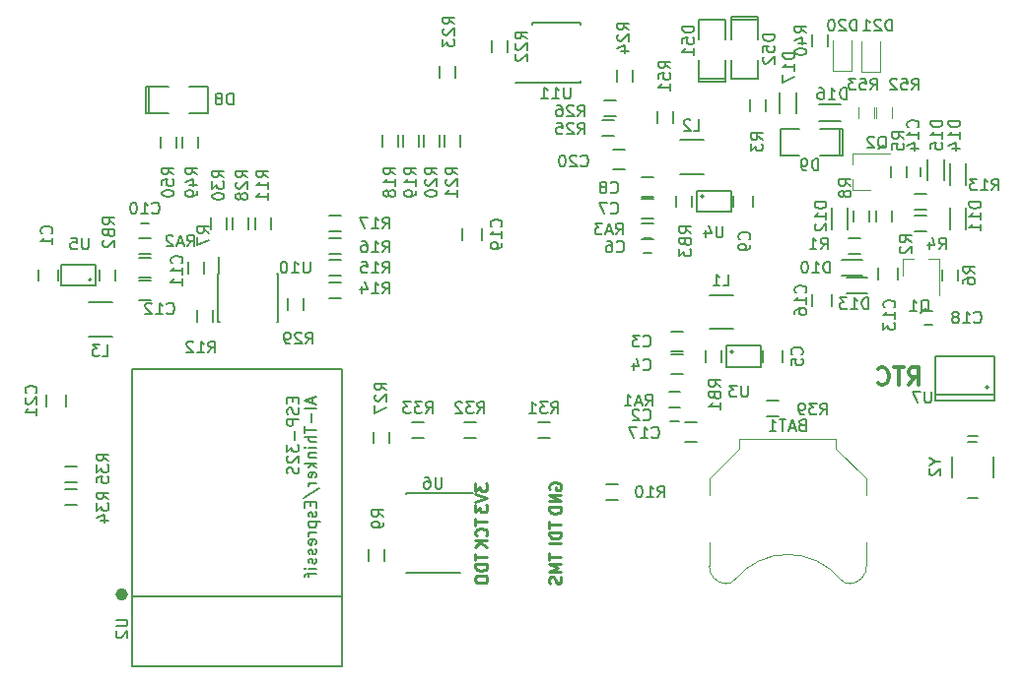
<source format=gbo>
G04 #@! TF.FileFunction,Legend,Bot*
%FSLAX46Y46*%
G04 Gerber Fmt 4.6, Leading zero omitted, Abs format (unit mm)*
G04 Created by KiCad (PCBNEW 4.0.7+dfsg1-1) date Fri Sep 29 01:14:07 2017*
%MOMM*%
%LPD*%
G01*
G04 APERTURE LIST*
%ADD10C,0.100000*%
%ADD11C,0.250000*%
%ADD12C,0.300000*%
%ADD13C,0.150000*%
%ADD14C,0.120000*%
%ADD15C,0.500000*%
%ADD16C,0.200000*%
G04 APERTURE END LIST*
D10*
D11*
X137748381Y-105854286D02*
X137748381Y-106425715D01*
X138748381Y-106140000D02*
X137748381Y-106140000D01*
X138653143Y-107330477D02*
X138700762Y-107282858D01*
X138748381Y-107140001D01*
X138748381Y-107044763D01*
X138700762Y-106901905D01*
X138605524Y-106806667D01*
X138510286Y-106759048D01*
X138319810Y-106711429D01*
X138176952Y-106711429D01*
X137986476Y-106759048D01*
X137891238Y-106806667D01*
X137796000Y-106901905D01*
X137748381Y-107044763D01*
X137748381Y-107140001D01*
X137796000Y-107282858D01*
X137843619Y-107330477D01*
X138748381Y-107759048D02*
X137748381Y-107759048D01*
X138748381Y-108330477D02*
X138176952Y-107901905D01*
X137748381Y-108330477D02*
X138319810Y-107759048D01*
X137748381Y-102853905D02*
X137748381Y-103472953D01*
X138129333Y-103139619D01*
X138129333Y-103282477D01*
X138176952Y-103377715D01*
X138224571Y-103425334D01*
X138319810Y-103472953D01*
X138557905Y-103472953D01*
X138653143Y-103425334D01*
X138700762Y-103377715D01*
X138748381Y-103282477D01*
X138748381Y-102996762D01*
X138700762Y-102901524D01*
X138653143Y-102853905D01*
X137748381Y-103758667D02*
X138748381Y-104092000D01*
X137748381Y-104425334D01*
X137748381Y-104663429D02*
X137748381Y-105282477D01*
X138129333Y-104949143D01*
X138129333Y-105092001D01*
X138176952Y-105187239D01*
X138224571Y-105234858D01*
X138319810Y-105282477D01*
X138557905Y-105282477D01*
X138653143Y-105234858D01*
X138700762Y-105187239D01*
X138748381Y-105092001D01*
X138748381Y-104806286D01*
X138700762Y-104711048D01*
X138653143Y-104663429D01*
X137748381Y-108878476D02*
X137748381Y-109449905D01*
X138748381Y-109164190D02*
X137748381Y-109164190D01*
X138748381Y-109783238D02*
X137748381Y-109783238D01*
X137748381Y-110021333D01*
X137796000Y-110164191D01*
X137891238Y-110259429D01*
X137986476Y-110307048D01*
X138176952Y-110354667D01*
X138319810Y-110354667D01*
X138510286Y-110307048D01*
X138605524Y-110259429D01*
X138700762Y-110164191D01*
X138748381Y-110021333D01*
X138748381Y-109783238D01*
X137748381Y-110973714D02*
X137748381Y-111164191D01*
X137796000Y-111259429D01*
X137891238Y-111354667D01*
X138081714Y-111402286D01*
X138415048Y-111402286D01*
X138605524Y-111354667D01*
X138700762Y-111259429D01*
X138748381Y-111164191D01*
X138748381Y-110973714D01*
X138700762Y-110878476D01*
X138605524Y-110783238D01*
X138415048Y-110735619D01*
X138081714Y-110735619D01*
X137891238Y-110783238D01*
X137796000Y-110878476D01*
X137748381Y-110973714D01*
X144146000Y-103330096D02*
X144098381Y-103234858D01*
X144098381Y-103092001D01*
X144146000Y-102949143D01*
X144241238Y-102853905D01*
X144336476Y-102806286D01*
X144526952Y-102758667D01*
X144669810Y-102758667D01*
X144860286Y-102806286D01*
X144955524Y-102853905D01*
X145050762Y-102949143D01*
X145098381Y-103092001D01*
X145098381Y-103187239D01*
X145050762Y-103330096D01*
X145003143Y-103377715D01*
X144669810Y-103377715D01*
X144669810Y-103187239D01*
X145098381Y-103806286D02*
X144098381Y-103806286D01*
X145098381Y-104377715D01*
X144098381Y-104377715D01*
X145098381Y-104853905D02*
X144098381Y-104853905D01*
X144098381Y-105092000D01*
X144146000Y-105234858D01*
X144241238Y-105330096D01*
X144336476Y-105377715D01*
X144526952Y-105425334D01*
X144669810Y-105425334D01*
X144860286Y-105377715D01*
X144955524Y-105330096D01*
X145050762Y-105234858D01*
X145098381Y-105092000D01*
X145098381Y-104853905D01*
X144098381Y-106116191D02*
X144098381Y-106687620D01*
X145098381Y-106401905D02*
X144098381Y-106401905D01*
X145098381Y-107020953D02*
X144098381Y-107020953D01*
X144098381Y-107259048D01*
X144146000Y-107401906D01*
X144241238Y-107497144D01*
X144336476Y-107544763D01*
X144526952Y-107592382D01*
X144669810Y-107592382D01*
X144860286Y-107544763D01*
X144955524Y-107497144D01*
X145050762Y-107401906D01*
X145098381Y-107259048D01*
X145098381Y-107020953D01*
X145098381Y-108020953D02*
X144098381Y-108020953D01*
X144098381Y-108854667D02*
X144098381Y-109426096D01*
X145098381Y-109140381D02*
X144098381Y-109140381D01*
X145098381Y-109759429D02*
X144098381Y-109759429D01*
X144812667Y-110092763D01*
X144098381Y-110426096D01*
X145098381Y-110426096D01*
X145050762Y-110854667D02*
X145098381Y-110997524D01*
X145098381Y-111235620D01*
X145050762Y-111330858D01*
X145003143Y-111378477D01*
X144907905Y-111426096D01*
X144812667Y-111426096D01*
X144717429Y-111378477D01*
X144669810Y-111330858D01*
X144622190Y-111235620D01*
X144574571Y-111045143D01*
X144526952Y-110949905D01*
X144479333Y-110902286D01*
X144384095Y-110854667D01*
X144288857Y-110854667D01*
X144193619Y-110902286D01*
X144146000Y-110949905D01*
X144098381Y-111045143D01*
X144098381Y-111283239D01*
X144146000Y-111426096D01*
D12*
X174967142Y-94356571D02*
X175467142Y-93642286D01*
X175824285Y-94356571D02*
X175824285Y-92856571D01*
X175252857Y-92856571D01*
X175109999Y-92928000D01*
X175038571Y-92999429D01*
X174967142Y-93142286D01*
X174967142Y-93356571D01*
X175038571Y-93499429D01*
X175109999Y-93570857D01*
X175252857Y-93642286D01*
X175824285Y-93642286D01*
X174538571Y-92856571D02*
X173681428Y-92856571D01*
X174109999Y-94356571D02*
X174109999Y-92856571D01*
X172324285Y-94213714D02*
X172395714Y-94285143D01*
X172610000Y-94356571D01*
X172752857Y-94356571D01*
X172967142Y-94285143D01*
X173110000Y-94142286D01*
X173181428Y-93999429D01*
X173252857Y-93713714D01*
X173252857Y-93499429D01*
X173181428Y-93213714D01*
X173110000Y-93070857D01*
X172967142Y-92928000D01*
X172752857Y-92856571D01*
X172610000Y-92856571D01*
X172395714Y-92928000D01*
X172324285Y-92999429D01*
D13*
X153369000Y-70826000D02*
X153369000Y-71826000D01*
X154719000Y-71826000D02*
X154719000Y-70826000D01*
X159759000Y-62944000D02*
X159759000Y-62690000D01*
X159759000Y-62690000D02*
X162045000Y-62690000D01*
X162045000Y-62690000D02*
X162045000Y-62944000D01*
X159759000Y-62944000D02*
X162045000Y-62944000D01*
X162045000Y-62944000D02*
X162045000Y-64595000D01*
X159759000Y-66373000D02*
X159759000Y-68024000D01*
X159759000Y-68024000D02*
X162045000Y-68024000D01*
X162045000Y-68024000D02*
X162045000Y-66373000D01*
X159759000Y-64595000D02*
X159759000Y-62944000D01*
X159251000Y-68024000D02*
X159251000Y-68278000D01*
X159251000Y-68278000D02*
X156965000Y-68278000D01*
X156965000Y-68278000D02*
X156965000Y-68024000D01*
X159251000Y-68024000D02*
X156965000Y-68024000D01*
X156965000Y-68024000D02*
X156965000Y-66373000D01*
X159251000Y-64595000D02*
X159251000Y-62944000D01*
X159251000Y-62944000D02*
X156965000Y-62944000D01*
X156965000Y-62944000D02*
X156965000Y-64595000D01*
X159251000Y-66373000D02*
X159251000Y-68024000D01*
X157870000Y-89565000D02*
X159870000Y-89565000D01*
X159870000Y-86615000D02*
X157870000Y-86615000D01*
X159886803Y-91500000D02*
G75*
G03X159886803Y-91500000I-111803J0D01*
G01*
X159275000Y-92800000D02*
X162275000Y-92800000D01*
X162275000Y-92800000D02*
X162275000Y-91000000D01*
X162275000Y-91000000D02*
X159275000Y-91000000D01*
X159275000Y-91000000D02*
X159275000Y-92800000D01*
X155330000Y-76230000D02*
X157330000Y-76230000D01*
X157330000Y-73280000D02*
X155330000Y-73280000D01*
X157346803Y-78135000D02*
G75*
G03X157346803Y-78135000I-111803J0D01*
G01*
X156735000Y-79435000D02*
X159735000Y-79435000D01*
X159735000Y-79435000D02*
X159735000Y-77635000D01*
X159735000Y-77635000D02*
X156735000Y-77635000D01*
X156735000Y-77635000D02*
X156735000Y-79435000D01*
X106530000Y-87250000D02*
X104530000Y-87250000D01*
X104530000Y-90200000D02*
X106530000Y-90200000D01*
X104736803Y-85315000D02*
G75*
G03X104736803Y-85315000I-111803J0D01*
G01*
X105125000Y-84015000D02*
X102125000Y-84015000D01*
X102125000Y-84015000D02*
X102125000Y-85815000D01*
X102125000Y-85815000D02*
X105125000Y-85815000D01*
X105125000Y-85815000D02*
X105125000Y-84015000D01*
X100235000Y-85415000D02*
X100235000Y-84415000D01*
X101935000Y-84415000D02*
X101935000Y-85415000D01*
X155560000Y-91480000D02*
X154560000Y-91480000D01*
X154560000Y-89780000D02*
X155560000Y-89780000D01*
X155560000Y-93385000D02*
X154560000Y-93385000D01*
X154560000Y-91685000D02*
X155560000Y-91685000D01*
X164165000Y-91400000D02*
X164165000Y-92400000D01*
X162465000Y-92400000D02*
X162465000Y-91400000D01*
X153020000Y-80050000D02*
X152020000Y-80050000D01*
X152020000Y-78350000D02*
X153020000Y-78350000D01*
X153020000Y-78145000D02*
X152020000Y-78145000D01*
X152020000Y-76445000D02*
X153020000Y-76445000D01*
X161625000Y-78065000D02*
X161625000Y-79065000D01*
X159925000Y-79065000D02*
X159925000Y-78065000D01*
X108840000Y-83430000D02*
X109840000Y-83430000D01*
X109840000Y-85130000D02*
X108840000Y-85130000D01*
X108840000Y-85335000D02*
X109840000Y-85335000D01*
X109840000Y-87035000D02*
X108840000Y-87035000D01*
X109721000Y-70945000D02*
X109467000Y-70945000D01*
X109467000Y-70945000D02*
X109467000Y-68659000D01*
X109467000Y-68659000D02*
X109721000Y-68659000D01*
X109721000Y-70945000D02*
X109721000Y-68659000D01*
X109721000Y-68659000D02*
X111372000Y-68659000D01*
X113150000Y-70945000D02*
X114801000Y-70945000D01*
X114801000Y-70945000D02*
X114801000Y-68659000D01*
X114801000Y-68659000D02*
X113150000Y-68659000D01*
X111372000Y-70945000D02*
X109721000Y-70945000D01*
X169030000Y-72342000D02*
X169284000Y-72342000D01*
X169284000Y-72342000D02*
X169284000Y-74628000D01*
X169284000Y-74628000D02*
X169030000Y-74628000D01*
X169030000Y-72342000D02*
X169030000Y-74628000D01*
X169030000Y-74628000D02*
X167379000Y-74628000D01*
X165601000Y-72342000D02*
X163950000Y-72342000D01*
X163950000Y-72342000D02*
X163950000Y-74628000D01*
X163950000Y-74628000D02*
X165601000Y-74628000D01*
X167379000Y-72342000D02*
X169030000Y-72342000D01*
X181857000Y-94567000D02*
G75*
G03X181857000Y-94567000I-127000J0D01*
G01*
X182365000Y-95202000D02*
X177285000Y-95202000D01*
X182365000Y-91900000D02*
X177285000Y-91900000D01*
X182365000Y-95710000D02*
X177285000Y-95710000D01*
X182365000Y-95710000D02*
X182365000Y-91900000D01*
X177285000Y-95710000D02*
X177285000Y-91900000D01*
X174071000Y-84288000D02*
X174071000Y-85288000D01*
X172371000Y-85288000D02*
X172371000Y-84288000D01*
X169200000Y-83580000D02*
X171000000Y-83580000D01*
X169200000Y-84980000D02*
X171000000Y-84980000D01*
X178490000Y-80935000D02*
X178490000Y-79135000D01*
X179890000Y-80935000D02*
X179890000Y-79135000D01*
X177985000Y-74925000D02*
X177985000Y-76725000D01*
X176585000Y-74925000D02*
X176585000Y-76725000D01*
X168330000Y-80935000D02*
X168330000Y-79135000D01*
X169730000Y-80935000D02*
X169730000Y-79135000D01*
D14*
X174435000Y-83520000D02*
X175365000Y-83520000D01*
X177595000Y-83520000D02*
X176665000Y-83520000D01*
X177595000Y-83520000D02*
X177595000Y-86680000D01*
X174435000Y-83520000D02*
X174435000Y-84980000D01*
X170175000Y-77605000D02*
X170175000Y-76675000D01*
X170175000Y-74445000D02*
X170175000Y-75375000D01*
X170175000Y-74445000D02*
X173335000Y-74445000D01*
X170175000Y-77605000D02*
X171635000Y-77605000D01*
D13*
X154510000Y-97510000D02*
X155210000Y-97510000D01*
X155210000Y-96310000D02*
X154510000Y-96310000D01*
X152170000Y-82975000D02*
X152870000Y-82975000D01*
X152870000Y-81775000D02*
X152170000Y-81775000D01*
X109690000Y-80505000D02*
X108990000Y-80505000D01*
X108990000Y-81705000D02*
X109690000Y-81705000D01*
X174780000Y-75675000D02*
X174780000Y-76375000D01*
X175980000Y-76375000D02*
X175980000Y-75675000D01*
X170800000Y-81700000D02*
X169800000Y-81700000D01*
X169800000Y-83050000D02*
X170800000Y-83050000D01*
X172165000Y-79335000D02*
X172165000Y-80335000D01*
X173515000Y-80335000D02*
X173515000Y-79335000D01*
X175515000Y-81145000D02*
X176515000Y-81145000D01*
X176515000Y-79795000D02*
X175515000Y-79795000D01*
X174785000Y-76525000D02*
X174785000Y-75525000D01*
X173435000Y-75525000D02*
X173435000Y-76525000D01*
X179230000Y-85415000D02*
X179230000Y-84415000D01*
X177880000Y-84415000D02*
X177880000Y-85415000D01*
X114460000Y-84780000D02*
X114460000Y-83780000D01*
X113110000Y-83780000D02*
X113110000Y-84780000D01*
X170260000Y-79335000D02*
X170260000Y-80335000D01*
X171610000Y-80335000D02*
X171610000Y-79335000D01*
X129955000Y-109500000D02*
X129955000Y-108500000D01*
X128605000Y-108500000D02*
X128605000Y-109500000D01*
X148972000Y-104259000D02*
X149972000Y-104259000D01*
X149972000Y-102909000D02*
X148972000Y-102909000D01*
X175515000Y-79240000D02*
X176515000Y-79240000D01*
X176515000Y-77890000D02*
X175515000Y-77890000D01*
X155360000Y-94965000D02*
X154360000Y-94965000D01*
X154360000Y-96315000D02*
X155360000Y-96315000D01*
X108840000Y-83050000D02*
X109840000Y-83050000D01*
X109840000Y-81700000D02*
X108840000Y-81700000D01*
X153020000Y-80430000D02*
X152020000Y-80430000D01*
X152020000Y-81780000D02*
X153020000Y-81780000D01*
X158910000Y-92400000D02*
X158910000Y-91400000D01*
X157560000Y-91400000D02*
X157560000Y-92400000D01*
X105490000Y-84415000D02*
X105490000Y-85415000D01*
X106840000Y-85415000D02*
X106840000Y-84415000D01*
X156370000Y-79065000D02*
X156370000Y-78065000D01*
X155020000Y-78065000D02*
X155020000Y-79065000D01*
X125182000Y-86860000D02*
X126182000Y-86860000D01*
X126182000Y-85510000D02*
X125182000Y-85510000D01*
X125182000Y-84954000D02*
X126182000Y-84954000D01*
X126182000Y-83604000D02*
X125182000Y-83604000D01*
X125182000Y-83050000D02*
X126182000Y-83050000D01*
X126182000Y-81700000D02*
X125182000Y-81700000D01*
X125182000Y-81145000D02*
X126182000Y-81145000D01*
X126182000Y-79795000D02*
X125182000Y-79795000D01*
X129747000Y-72858000D02*
X129747000Y-73858000D01*
X131097000Y-73858000D02*
X131097000Y-72858000D01*
X131525000Y-72858000D02*
X131525000Y-73858000D01*
X132875000Y-73858000D02*
X132875000Y-72858000D01*
X133303000Y-72858000D02*
X133303000Y-73858000D01*
X134653000Y-73858000D02*
X134653000Y-72858000D01*
X135081000Y-72858000D02*
X135081000Y-73858000D01*
X136431000Y-73858000D02*
X136431000Y-72858000D01*
X115655000Y-84745000D02*
X115705000Y-84745000D01*
X115655000Y-88895000D02*
X115800000Y-88895000D01*
X120805000Y-88895000D02*
X120660000Y-88895000D01*
X120805000Y-84745000D02*
X120660000Y-84745000D01*
X115655000Y-84745000D02*
X115655000Y-88895000D01*
X120805000Y-84745000D02*
X120805000Y-88895000D01*
X115705000Y-84745000D02*
X115705000Y-83345000D01*
X176300000Y-89198000D02*
X177000000Y-89198000D01*
X177000000Y-87998000D02*
X176300000Y-87998000D01*
X142605000Y-68375000D02*
X142605000Y-68325000D01*
X146755000Y-68375000D02*
X146755000Y-68230000D01*
X146755000Y-63225000D02*
X146755000Y-63370000D01*
X142605000Y-63225000D02*
X142605000Y-63370000D01*
X142605000Y-68375000D02*
X146755000Y-68375000D01*
X142605000Y-63225000D02*
X146755000Y-63225000D01*
X142605000Y-68325000D02*
X141205000Y-68325000D01*
X171400000Y-86504000D02*
X169600000Y-86504000D01*
X171400000Y-85104000D02*
X169600000Y-85104000D01*
X178490000Y-77125000D02*
X178490000Y-75325000D01*
X179890000Y-77125000D02*
X179890000Y-75325000D01*
D15*
X107638415Y-112384338D02*
G75*
G03X107638415Y-112384338I-283981J0D01*
G01*
D13*
X126260434Y-112530338D02*
X108260434Y-112530338D01*
X108260434Y-118530338D02*
X108260434Y-93030338D01*
X126260434Y-118530338D02*
X126260434Y-93030338D01*
X126260434Y-93030338D02*
X108260434Y-93030338D01*
X126260434Y-118530338D02*
X108260434Y-118530338D01*
X167295000Y-70245000D02*
X169095000Y-70245000D01*
X167295000Y-71645000D02*
X169095000Y-71645000D01*
X165285000Y-69210000D02*
X165285000Y-71010000D01*
X163885000Y-69210000D02*
X163885000Y-71010000D01*
X161370000Y-69810000D02*
X161370000Y-70810000D01*
X162720000Y-70810000D02*
X162720000Y-69810000D01*
X139145000Y-64730000D02*
X139145000Y-65730000D01*
X140495000Y-65730000D02*
X140495000Y-64730000D01*
X134700000Y-66932000D02*
X134700000Y-67932000D01*
X136050000Y-67932000D02*
X136050000Y-66932000D01*
X149940000Y-67270000D02*
X149940000Y-68270000D01*
X151290000Y-68270000D02*
X151290000Y-67270000D01*
X148675000Y-72890000D02*
X149675000Y-72890000D01*
X149675000Y-71540000D02*
X148675000Y-71540000D01*
X148780000Y-71275000D02*
X149780000Y-71275000D01*
X149780000Y-69925000D02*
X148780000Y-69925000D01*
X131780000Y-103690000D02*
X131780000Y-103790000D01*
X131780000Y-110515000D02*
X131780000Y-110490000D01*
X136430000Y-110515000D02*
X136430000Y-110490000D01*
X137505000Y-103690000D02*
X131780000Y-103690000D01*
X136430000Y-110515000D02*
X131780000Y-110515000D01*
X120175000Y-80970000D02*
X120175000Y-79970000D01*
X118825000Y-79970000D02*
X118825000Y-80970000D01*
X113805000Y-87900000D02*
X113805000Y-88900000D01*
X115155000Y-88900000D02*
X115155000Y-87900000D01*
X128985000Y-98385000D02*
X128985000Y-99385000D01*
X130335000Y-99385000D02*
X130335000Y-98385000D01*
X118270000Y-80970000D02*
X118270000Y-79970000D01*
X116920000Y-79970000D02*
X116920000Y-80970000D01*
X122955000Y-87900000D02*
X122955000Y-86900000D01*
X121605000Y-86900000D02*
X121605000Y-87900000D01*
X116365000Y-80970000D02*
X116365000Y-79970000D01*
X115015000Y-79970000D02*
X115015000Y-80970000D01*
X143130000Y-98925000D02*
X144130000Y-98925000D01*
X144130000Y-97575000D02*
X143130000Y-97575000D01*
X136780000Y-98925000D02*
X137780000Y-98925000D01*
X137780000Y-97575000D02*
X136780000Y-97575000D01*
X132335000Y-98925000D02*
X133335000Y-98925000D01*
X133335000Y-97575000D02*
X132335000Y-97575000D01*
X103490000Y-103290000D02*
X102490000Y-103290000D01*
X102490000Y-104640000D02*
X103490000Y-104640000D01*
X180079000Y-99266000D02*
X180841000Y-99266000D01*
X182260000Y-100525000D02*
X182260000Y-102325000D01*
X180860000Y-104125000D02*
X180060000Y-104125000D01*
X178660000Y-102325000D02*
X178660000Y-100525000D01*
X180060000Y-98725000D02*
X180860000Y-98725000D01*
X103490000Y-101385000D02*
X102490000Y-101385000D01*
X102490000Y-102735000D02*
X103490000Y-102735000D01*
X168356000Y-86574000D02*
X168356000Y-87574000D01*
X166656000Y-87574000D02*
X166656000Y-86574000D01*
X162815000Y-97020000D02*
X163815000Y-97020000D01*
X163815000Y-95670000D02*
X162815000Y-95670000D01*
X166704000Y-64222000D02*
X166704000Y-65222000D01*
X168054000Y-65222000D02*
X168054000Y-64222000D01*
X156780000Y-99250000D02*
X155780000Y-99250000D01*
X155780000Y-97550000D02*
X156780000Y-97550000D01*
X138330000Y-80900000D02*
X138330000Y-81900000D01*
X136630000Y-81900000D02*
X136630000Y-80900000D01*
X149580000Y-74150000D02*
X150580000Y-74150000D01*
X150580000Y-75850000D02*
X149580000Y-75850000D01*
X100870000Y-96210000D02*
X100870000Y-95210000D01*
X102570000Y-95210000D02*
X102570000Y-96210000D01*
X112602000Y-72985000D02*
X112602000Y-73985000D01*
X113952000Y-73985000D02*
X113952000Y-72985000D01*
X110697000Y-72985000D02*
X110697000Y-73985000D01*
X112047000Y-73985000D02*
X112047000Y-72985000D01*
D14*
X170084000Y-67338000D02*
X168484000Y-67338000D01*
X168484000Y-67338000D02*
X168484000Y-64738000D01*
X170084000Y-67338000D02*
X170084000Y-64738000D01*
X172497000Y-67431000D02*
X170897000Y-67431000D01*
X170897000Y-67431000D02*
X170897000Y-64831000D01*
X172497000Y-67431000D02*
X172497000Y-64831000D01*
X172160000Y-70445000D02*
X172160000Y-71445000D01*
X173520000Y-71445000D02*
X173520000Y-70445000D01*
X170636000Y-70445000D02*
X170636000Y-71445000D01*
X171996000Y-71445000D02*
X171996000Y-70445000D01*
X159170385Y-111454160D02*
G75*
G03X160085000Y-111070000I124615J984160D01*
G01*
X169999615Y-111454160D02*
G75*
G02X169085000Y-111070000I-124615J984160D01*
G01*
X160094339Y-111058671D02*
G75*
G02X169085000Y-111070000I4490661J-3711329D01*
G01*
X157835000Y-109920000D02*
G75*
G03X159285000Y-111470000I1500000J-50000D01*
G01*
X171335000Y-109920000D02*
G75*
G02X169885000Y-111470000I-1500000J-50000D01*
G01*
X157835000Y-107870000D02*
X157835000Y-109970000D01*
X171335000Y-107870000D02*
X171335000Y-109970000D01*
X171335000Y-103870000D02*
X171335000Y-102420000D01*
X171335000Y-102420000D02*
X168735000Y-99820000D01*
X168735000Y-99820000D02*
X168735000Y-99020000D01*
X168735000Y-99020000D02*
X160435000Y-99020000D01*
X160435000Y-99020000D02*
X160435000Y-99820000D01*
X160435000Y-99820000D02*
X157835000Y-102420000D01*
X157835000Y-102420000D02*
X157835000Y-103870000D01*
D13*
X154496381Y-67127143D02*
X154020190Y-66793809D01*
X154496381Y-66555714D02*
X153496381Y-66555714D01*
X153496381Y-66936667D01*
X153544000Y-67031905D01*
X153591619Y-67079524D01*
X153686857Y-67127143D01*
X153829714Y-67127143D01*
X153924952Y-67079524D01*
X153972571Y-67031905D01*
X154020190Y-66936667D01*
X154020190Y-66555714D01*
X153496381Y-68031905D02*
X153496381Y-67555714D01*
X153972571Y-67508095D01*
X153924952Y-67555714D01*
X153877333Y-67650952D01*
X153877333Y-67889048D01*
X153924952Y-67984286D01*
X153972571Y-68031905D01*
X154067810Y-68079524D01*
X154305905Y-68079524D01*
X154401143Y-68031905D01*
X154448762Y-67984286D01*
X154496381Y-67889048D01*
X154496381Y-67650952D01*
X154448762Y-67555714D01*
X154401143Y-67508095D01*
X154496381Y-69031905D02*
X154496381Y-68460476D01*
X154496381Y-68746190D02*
X153496381Y-68746190D01*
X153639238Y-68650952D01*
X153734476Y-68555714D01*
X153782095Y-68460476D01*
X163432381Y-64235714D02*
X162432381Y-64235714D01*
X162432381Y-64473809D01*
X162480000Y-64616667D01*
X162575238Y-64711905D01*
X162670476Y-64759524D01*
X162860952Y-64807143D01*
X163003810Y-64807143D01*
X163194286Y-64759524D01*
X163289524Y-64711905D01*
X163384762Y-64616667D01*
X163432381Y-64473809D01*
X163432381Y-64235714D01*
X162432381Y-65711905D02*
X162432381Y-65235714D01*
X162908571Y-65188095D01*
X162860952Y-65235714D01*
X162813333Y-65330952D01*
X162813333Y-65569048D01*
X162860952Y-65664286D01*
X162908571Y-65711905D01*
X163003810Y-65759524D01*
X163241905Y-65759524D01*
X163337143Y-65711905D01*
X163384762Y-65664286D01*
X163432381Y-65569048D01*
X163432381Y-65330952D01*
X163384762Y-65235714D01*
X163337143Y-65188095D01*
X162527619Y-66140476D02*
X162480000Y-66188095D01*
X162432381Y-66283333D01*
X162432381Y-66521429D01*
X162480000Y-66616667D01*
X162527619Y-66664286D01*
X162622857Y-66711905D01*
X162718095Y-66711905D01*
X162860952Y-66664286D01*
X163432381Y-66092857D01*
X163432381Y-66711905D01*
X156528381Y-63507714D02*
X155528381Y-63507714D01*
X155528381Y-63745809D01*
X155576000Y-63888667D01*
X155671238Y-63983905D01*
X155766476Y-64031524D01*
X155956952Y-64079143D01*
X156099810Y-64079143D01*
X156290286Y-64031524D01*
X156385524Y-63983905D01*
X156480762Y-63888667D01*
X156528381Y-63745809D01*
X156528381Y-63507714D01*
X155528381Y-64983905D02*
X155528381Y-64507714D01*
X156004571Y-64460095D01*
X155956952Y-64507714D01*
X155909333Y-64602952D01*
X155909333Y-64841048D01*
X155956952Y-64936286D01*
X156004571Y-64983905D01*
X156099810Y-65031524D01*
X156337905Y-65031524D01*
X156433143Y-64983905D01*
X156480762Y-64936286D01*
X156528381Y-64841048D01*
X156528381Y-64602952D01*
X156480762Y-64507714D01*
X156433143Y-64460095D01*
X156528381Y-65983905D02*
X156528381Y-65412476D01*
X156528381Y-65698190D02*
X155528381Y-65698190D01*
X155671238Y-65602952D01*
X155766476Y-65507714D01*
X155814095Y-65412476D01*
X159036666Y-85842381D02*
X159512857Y-85842381D01*
X159512857Y-84842381D01*
X158179523Y-85842381D02*
X158750952Y-85842381D01*
X158465238Y-85842381D02*
X158465238Y-84842381D01*
X158560476Y-84985238D01*
X158655714Y-85080476D01*
X158750952Y-85128095D01*
D16*
X161155905Y-94400381D02*
X161155905Y-95209905D01*
X161108286Y-95305143D01*
X161060667Y-95352762D01*
X160965429Y-95400381D01*
X160774952Y-95400381D01*
X160679714Y-95352762D01*
X160632095Y-95305143D01*
X160584476Y-95209905D01*
X160584476Y-94400381D01*
X160203524Y-94400381D02*
X159584476Y-94400381D01*
X159917810Y-94781333D01*
X159774952Y-94781333D01*
X159679714Y-94828952D01*
X159632095Y-94876571D01*
X159584476Y-94971810D01*
X159584476Y-95209905D01*
X159632095Y-95305143D01*
X159679714Y-95352762D01*
X159774952Y-95400381D01*
X160060667Y-95400381D01*
X160155905Y-95352762D01*
X160203524Y-95305143D01*
D13*
X156496666Y-72507381D02*
X156972857Y-72507381D01*
X156972857Y-71507381D01*
X156210952Y-71602619D02*
X156163333Y-71555000D01*
X156068095Y-71507381D01*
X155829999Y-71507381D01*
X155734761Y-71555000D01*
X155687142Y-71602619D01*
X155639523Y-71697857D01*
X155639523Y-71793095D01*
X155687142Y-71935952D01*
X156258571Y-72507381D01*
X155639523Y-72507381D01*
D16*
X158996905Y-80684381D02*
X158996905Y-81493905D01*
X158949286Y-81589143D01*
X158901667Y-81636762D01*
X158806429Y-81684381D01*
X158615952Y-81684381D01*
X158520714Y-81636762D01*
X158473095Y-81589143D01*
X158425476Y-81493905D01*
X158425476Y-80684381D01*
X157520714Y-81017714D02*
X157520714Y-81684381D01*
X157758810Y-80636762D02*
X157996905Y-81351048D01*
X157377857Y-81351048D01*
D13*
X105696666Y-91877381D02*
X106172857Y-91877381D01*
X106172857Y-90877381D01*
X105458571Y-90877381D02*
X104839523Y-90877381D01*
X105172857Y-91258333D01*
X105029999Y-91258333D01*
X104934761Y-91305952D01*
X104887142Y-91353571D01*
X104839523Y-91448810D01*
X104839523Y-91686905D01*
X104887142Y-91782143D01*
X104934761Y-91829762D01*
X105029999Y-91877381D01*
X105315714Y-91877381D01*
X105410952Y-91829762D01*
X105458571Y-91782143D01*
D16*
X104513905Y-81700381D02*
X104513905Y-82509905D01*
X104466286Y-82605143D01*
X104418667Y-82652762D01*
X104323429Y-82700381D01*
X104132952Y-82700381D01*
X104037714Y-82652762D01*
X103990095Y-82605143D01*
X103942476Y-82509905D01*
X103942476Y-81700381D01*
X102990095Y-81700381D02*
X103466286Y-81700381D01*
X103513905Y-82176571D01*
X103466286Y-82128952D01*
X103371048Y-82081333D01*
X103132952Y-82081333D01*
X103037714Y-82128952D01*
X102990095Y-82176571D01*
X102942476Y-82271810D01*
X102942476Y-82509905D01*
X102990095Y-82605143D01*
X103037714Y-82652762D01*
X103132952Y-82700381D01*
X103371048Y-82700381D01*
X103466286Y-82652762D01*
X103513905Y-82605143D01*
D13*
X101315143Y-81319334D02*
X101362762Y-81271715D01*
X101410381Y-81128858D01*
X101410381Y-81033620D01*
X101362762Y-80890762D01*
X101267524Y-80795524D01*
X101172286Y-80747905D01*
X100981810Y-80700286D01*
X100838952Y-80700286D01*
X100648476Y-80747905D01*
X100553238Y-80795524D01*
X100458000Y-80890762D01*
X100410381Y-81033620D01*
X100410381Y-81128858D01*
X100458000Y-81271715D01*
X100505619Y-81319334D01*
X101410381Y-82271715D02*
X101410381Y-81700286D01*
X101410381Y-81986000D02*
X100410381Y-81986000D01*
X100553238Y-81890762D01*
X100648476Y-81795524D01*
X100696095Y-81700286D01*
X152178666Y-90987143D02*
X152226285Y-91034762D01*
X152369142Y-91082381D01*
X152464380Y-91082381D01*
X152607238Y-91034762D01*
X152702476Y-90939524D01*
X152750095Y-90844286D01*
X152797714Y-90653810D01*
X152797714Y-90510952D01*
X152750095Y-90320476D01*
X152702476Y-90225238D01*
X152607238Y-90130000D01*
X152464380Y-90082381D01*
X152369142Y-90082381D01*
X152226285Y-90130000D01*
X152178666Y-90177619D01*
X151845333Y-90082381D02*
X151226285Y-90082381D01*
X151559619Y-90463333D01*
X151416761Y-90463333D01*
X151321523Y-90510952D01*
X151273904Y-90558571D01*
X151226285Y-90653810D01*
X151226285Y-90891905D01*
X151273904Y-90987143D01*
X151321523Y-91034762D01*
X151416761Y-91082381D01*
X151702476Y-91082381D01*
X151797714Y-91034762D01*
X151845333Y-90987143D01*
X152178666Y-93019143D02*
X152226285Y-93066762D01*
X152369142Y-93114381D01*
X152464380Y-93114381D01*
X152607238Y-93066762D01*
X152702476Y-92971524D01*
X152750095Y-92876286D01*
X152797714Y-92685810D01*
X152797714Y-92542952D01*
X152750095Y-92352476D01*
X152702476Y-92257238D01*
X152607238Y-92162000D01*
X152464380Y-92114381D01*
X152369142Y-92114381D01*
X152226285Y-92162000D01*
X152178666Y-92209619D01*
X151321523Y-92447714D02*
X151321523Y-93114381D01*
X151559619Y-92066762D02*
X151797714Y-92781048D01*
X151178666Y-92781048D01*
X165772143Y-91733334D02*
X165819762Y-91685715D01*
X165867381Y-91542858D01*
X165867381Y-91447620D01*
X165819762Y-91304762D01*
X165724524Y-91209524D01*
X165629286Y-91161905D01*
X165438810Y-91114286D01*
X165295952Y-91114286D01*
X165105476Y-91161905D01*
X165010238Y-91209524D01*
X164915000Y-91304762D01*
X164867381Y-91447620D01*
X164867381Y-91542858D01*
X164915000Y-91685715D01*
X164962619Y-91733334D01*
X164867381Y-92638096D02*
X164867381Y-92161905D01*
X165343571Y-92114286D01*
X165295952Y-92161905D01*
X165248333Y-92257143D01*
X165248333Y-92495239D01*
X165295952Y-92590477D01*
X165343571Y-92638096D01*
X165438810Y-92685715D01*
X165676905Y-92685715D01*
X165772143Y-92638096D01*
X165819762Y-92590477D01*
X165867381Y-92495239D01*
X165867381Y-92257143D01*
X165819762Y-92161905D01*
X165772143Y-92114286D01*
X149384666Y-79557143D02*
X149432285Y-79604762D01*
X149575142Y-79652381D01*
X149670380Y-79652381D01*
X149813238Y-79604762D01*
X149908476Y-79509524D01*
X149956095Y-79414286D01*
X150003714Y-79223810D01*
X150003714Y-79080952D01*
X149956095Y-78890476D01*
X149908476Y-78795238D01*
X149813238Y-78700000D01*
X149670380Y-78652381D01*
X149575142Y-78652381D01*
X149432285Y-78700000D01*
X149384666Y-78747619D01*
X149051333Y-78652381D02*
X148384666Y-78652381D01*
X148813238Y-79652381D01*
X149384666Y-77779143D02*
X149432285Y-77826762D01*
X149575142Y-77874381D01*
X149670380Y-77874381D01*
X149813238Y-77826762D01*
X149908476Y-77731524D01*
X149956095Y-77636286D01*
X150003714Y-77445810D01*
X150003714Y-77302952D01*
X149956095Y-77112476D01*
X149908476Y-77017238D01*
X149813238Y-76922000D01*
X149670380Y-76874381D01*
X149575142Y-76874381D01*
X149432285Y-76922000D01*
X149384666Y-76969619D01*
X148813238Y-77302952D02*
X148908476Y-77255333D01*
X148956095Y-77207714D01*
X149003714Y-77112476D01*
X149003714Y-77064857D01*
X148956095Y-76969619D01*
X148908476Y-76922000D01*
X148813238Y-76874381D01*
X148622761Y-76874381D01*
X148527523Y-76922000D01*
X148479904Y-76969619D01*
X148432285Y-77064857D01*
X148432285Y-77112476D01*
X148479904Y-77207714D01*
X148527523Y-77255333D01*
X148622761Y-77302952D01*
X148813238Y-77302952D01*
X148908476Y-77350571D01*
X148956095Y-77398190D01*
X149003714Y-77493429D01*
X149003714Y-77683905D01*
X148956095Y-77779143D01*
X148908476Y-77826762D01*
X148813238Y-77874381D01*
X148622761Y-77874381D01*
X148527523Y-77826762D01*
X148479904Y-77779143D01*
X148432285Y-77683905D01*
X148432285Y-77493429D01*
X148479904Y-77398190D01*
X148527523Y-77350571D01*
X148622761Y-77302952D01*
X161259143Y-81827334D02*
X161306762Y-81779715D01*
X161354381Y-81636858D01*
X161354381Y-81541620D01*
X161306762Y-81398762D01*
X161211524Y-81303524D01*
X161116286Y-81255905D01*
X160925810Y-81208286D01*
X160782952Y-81208286D01*
X160592476Y-81255905D01*
X160497238Y-81303524D01*
X160402000Y-81398762D01*
X160354381Y-81541620D01*
X160354381Y-81636858D01*
X160402000Y-81779715D01*
X160449619Y-81827334D01*
X161354381Y-82303524D02*
X161354381Y-82494000D01*
X161306762Y-82589239D01*
X161259143Y-82636858D01*
X161116286Y-82732096D01*
X160925810Y-82779715D01*
X160544857Y-82779715D01*
X160449619Y-82732096D01*
X160402000Y-82684477D01*
X160354381Y-82589239D01*
X160354381Y-82398762D01*
X160402000Y-82303524D01*
X160449619Y-82255905D01*
X160544857Y-82208286D01*
X160782952Y-82208286D01*
X160878190Y-82255905D01*
X160925810Y-82303524D01*
X160973429Y-82398762D01*
X160973429Y-82589239D01*
X160925810Y-82684477D01*
X160878190Y-82732096D01*
X160782952Y-82779715D01*
X112491143Y-83891143D02*
X112538762Y-83843524D01*
X112586381Y-83700667D01*
X112586381Y-83605429D01*
X112538762Y-83462571D01*
X112443524Y-83367333D01*
X112348286Y-83319714D01*
X112157810Y-83272095D01*
X112014952Y-83272095D01*
X111824476Y-83319714D01*
X111729238Y-83367333D01*
X111634000Y-83462571D01*
X111586381Y-83605429D01*
X111586381Y-83700667D01*
X111634000Y-83843524D01*
X111681619Y-83891143D01*
X112586381Y-84843524D02*
X112586381Y-84272095D01*
X112586381Y-84557809D02*
X111586381Y-84557809D01*
X111729238Y-84462571D01*
X111824476Y-84367333D01*
X111872095Y-84272095D01*
X112586381Y-85795905D02*
X112586381Y-85224476D01*
X112586381Y-85510190D02*
X111586381Y-85510190D01*
X111729238Y-85414952D01*
X111824476Y-85319714D01*
X111872095Y-85224476D01*
X111252857Y-88193143D02*
X111300476Y-88240762D01*
X111443333Y-88288381D01*
X111538571Y-88288381D01*
X111681429Y-88240762D01*
X111776667Y-88145524D01*
X111824286Y-88050286D01*
X111871905Y-87859810D01*
X111871905Y-87716952D01*
X111824286Y-87526476D01*
X111776667Y-87431238D01*
X111681429Y-87336000D01*
X111538571Y-87288381D01*
X111443333Y-87288381D01*
X111300476Y-87336000D01*
X111252857Y-87383619D01*
X110300476Y-88288381D02*
X110871905Y-88288381D01*
X110586191Y-88288381D02*
X110586191Y-87288381D01*
X110681429Y-87431238D01*
X110776667Y-87526476D01*
X110871905Y-87574095D01*
X109919524Y-87383619D02*
X109871905Y-87336000D01*
X109776667Y-87288381D01*
X109538571Y-87288381D01*
X109443333Y-87336000D01*
X109395714Y-87383619D01*
X109348095Y-87478857D01*
X109348095Y-87574095D01*
X109395714Y-87716952D01*
X109967143Y-88288381D01*
X109348095Y-88288381D01*
X116936095Y-70254381D02*
X116936095Y-69254381D01*
X116698000Y-69254381D01*
X116555142Y-69302000D01*
X116459904Y-69397238D01*
X116412285Y-69492476D01*
X116364666Y-69682952D01*
X116364666Y-69825810D01*
X116412285Y-70016286D01*
X116459904Y-70111524D01*
X116555142Y-70206762D01*
X116698000Y-70254381D01*
X116936095Y-70254381D01*
X115793238Y-69682952D02*
X115888476Y-69635333D01*
X115936095Y-69587714D01*
X115983714Y-69492476D01*
X115983714Y-69444857D01*
X115936095Y-69349619D01*
X115888476Y-69302000D01*
X115793238Y-69254381D01*
X115602761Y-69254381D01*
X115507523Y-69302000D01*
X115459904Y-69349619D01*
X115412285Y-69444857D01*
X115412285Y-69492476D01*
X115459904Y-69587714D01*
X115507523Y-69635333D01*
X115602761Y-69682952D01*
X115793238Y-69682952D01*
X115888476Y-69730571D01*
X115936095Y-69778190D01*
X115983714Y-69873429D01*
X115983714Y-70063905D01*
X115936095Y-70159143D01*
X115888476Y-70206762D01*
X115793238Y-70254381D01*
X115602761Y-70254381D01*
X115507523Y-70206762D01*
X115459904Y-70159143D01*
X115412285Y-70063905D01*
X115412285Y-69873429D01*
X115459904Y-69778190D01*
X115507523Y-69730571D01*
X115602761Y-69682952D01*
X167218095Y-75902381D02*
X167218095Y-74902381D01*
X166980000Y-74902381D01*
X166837142Y-74950000D01*
X166741904Y-75045238D01*
X166694285Y-75140476D01*
X166646666Y-75330952D01*
X166646666Y-75473810D01*
X166694285Y-75664286D01*
X166741904Y-75759524D01*
X166837142Y-75854762D01*
X166980000Y-75902381D01*
X167218095Y-75902381D01*
X166170476Y-75902381D02*
X165980000Y-75902381D01*
X165884761Y-75854762D01*
X165837142Y-75807143D01*
X165741904Y-75664286D01*
X165694285Y-75473810D01*
X165694285Y-75092857D01*
X165741904Y-74997619D01*
X165789523Y-74950000D01*
X165884761Y-74902381D01*
X166075238Y-74902381D01*
X166170476Y-74950000D01*
X166218095Y-74997619D01*
X166265714Y-75092857D01*
X166265714Y-75330952D01*
X166218095Y-75426190D01*
X166170476Y-75473810D01*
X166075238Y-75521429D01*
X165884761Y-75521429D01*
X165789523Y-75473810D01*
X165741904Y-75426190D01*
X165694285Y-75330952D01*
X176903905Y-94908381D02*
X176903905Y-95717905D01*
X176856286Y-95813143D01*
X176808667Y-95860762D01*
X176713429Y-95908381D01*
X176522952Y-95908381D01*
X176427714Y-95860762D01*
X176380095Y-95813143D01*
X176332476Y-95717905D01*
X176332476Y-94908381D01*
X175951524Y-94908381D02*
X175284857Y-94908381D01*
X175713429Y-95908381D01*
X173705143Y-87701143D02*
X173752762Y-87653524D01*
X173800381Y-87510667D01*
X173800381Y-87415429D01*
X173752762Y-87272571D01*
X173657524Y-87177333D01*
X173562286Y-87129714D01*
X173371810Y-87082095D01*
X173228952Y-87082095D01*
X173038476Y-87129714D01*
X172943238Y-87177333D01*
X172848000Y-87272571D01*
X172800381Y-87415429D01*
X172800381Y-87510667D01*
X172848000Y-87653524D01*
X172895619Y-87701143D01*
X173800381Y-88653524D02*
X173800381Y-88082095D01*
X173800381Y-88367809D02*
X172800381Y-88367809D01*
X172943238Y-88272571D01*
X173038476Y-88177333D01*
X173086095Y-88082095D01*
X172800381Y-88986857D02*
X172800381Y-89605905D01*
X173181333Y-89272571D01*
X173181333Y-89415429D01*
X173228952Y-89510667D01*
X173276571Y-89558286D01*
X173371810Y-89605905D01*
X173609905Y-89605905D01*
X173705143Y-89558286D01*
X173752762Y-89510667D01*
X173800381Y-89415429D01*
X173800381Y-89129714D01*
X173752762Y-89034476D01*
X173705143Y-88986857D01*
X168212286Y-84732381D02*
X168212286Y-83732381D01*
X167974191Y-83732381D01*
X167831333Y-83780000D01*
X167736095Y-83875238D01*
X167688476Y-83970476D01*
X167640857Y-84160952D01*
X167640857Y-84303810D01*
X167688476Y-84494286D01*
X167736095Y-84589524D01*
X167831333Y-84684762D01*
X167974191Y-84732381D01*
X168212286Y-84732381D01*
X166688476Y-84732381D02*
X167259905Y-84732381D01*
X166974191Y-84732381D02*
X166974191Y-83732381D01*
X167069429Y-83875238D01*
X167164667Y-83970476D01*
X167259905Y-84018095D01*
X166069429Y-83732381D02*
X165974190Y-83732381D01*
X165878952Y-83780000D01*
X165831333Y-83827619D01*
X165783714Y-83922857D01*
X165736095Y-84113333D01*
X165736095Y-84351429D01*
X165783714Y-84541905D01*
X165831333Y-84637143D01*
X165878952Y-84684762D01*
X165974190Y-84732381D01*
X166069429Y-84732381D01*
X166164667Y-84684762D01*
X166212286Y-84637143D01*
X166259905Y-84541905D01*
X166307524Y-84351429D01*
X166307524Y-84113333D01*
X166259905Y-83922857D01*
X166212286Y-83827619D01*
X166164667Y-83780000D01*
X166069429Y-83732381D01*
X181166381Y-78620714D02*
X180166381Y-78620714D01*
X180166381Y-78858809D01*
X180214000Y-79001667D01*
X180309238Y-79096905D01*
X180404476Y-79144524D01*
X180594952Y-79192143D01*
X180737810Y-79192143D01*
X180928286Y-79144524D01*
X181023524Y-79096905D01*
X181118762Y-79001667D01*
X181166381Y-78858809D01*
X181166381Y-78620714D01*
X181166381Y-80144524D02*
X181166381Y-79573095D01*
X181166381Y-79858809D02*
X180166381Y-79858809D01*
X180309238Y-79763571D01*
X180404476Y-79668333D01*
X180452095Y-79573095D01*
X181166381Y-81096905D02*
X181166381Y-80525476D01*
X181166381Y-80811190D02*
X180166381Y-80811190D01*
X180309238Y-80715952D01*
X180404476Y-80620714D01*
X180452095Y-80525476D01*
X177864381Y-71635714D02*
X176864381Y-71635714D01*
X176864381Y-71873809D01*
X176912000Y-72016667D01*
X177007238Y-72111905D01*
X177102476Y-72159524D01*
X177292952Y-72207143D01*
X177435810Y-72207143D01*
X177626286Y-72159524D01*
X177721524Y-72111905D01*
X177816762Y-72016667D01*
X177864381Y-71873809D01*
X177864381Y-71635714D01*
X177864381Y-73159524D02*
X177864381Y-72588095D01*
X177864381Y-72873809D02*
X176864381Y-72873809D01*
X177007238Y-72778571D01*
X177102476Y-72683333D01*
X177150095Y-72588095D01*
X176864381Y-74064286D02*
X176864381Y-73588095D01*
X177340571Y-73540476D01*
X177292952Y-73588095D01*
X177245333Y-73683333D01*
X177245333Y-73921429D01*
X177292952Y-74016667D01*
X177340571Y-74064286D01*
X177435810Y-74111905D01*
X177673905Y-74111905D01*
X177769143Y-74064286D01*
X177816762Y-74016667D01*
X177864381Y-73921429D01*
X177864381Y-73683333D01*
X177816762Y-73588095D01*
X177769143Y-73540476D01*
X167882381Y-78620714D02*
X166882381Y-78620714D01*
X166882381Y-78858809D01*
X166930000Y-79001667D01*
X167025238Y-79096905D01*
X167120476Y-79144524D01*
X167310952Y-79192143D01*
X167453810Y-79192143D01*
X167644286Y-79144524D01*
X167739524Y-79096905D01*
X167834762Y-79001667D01*
X167882381Y-78858809D01*
X167882381Y-78620714D01*
X167882381Y-80144524D02*
X167882381Y-79573095D01*
X167882381Y-79858809D02*
X166882381Y-79858809D01*
X167025238Y-79763571D01*
X167120476Y-79668333D01*
X167168095Y-79573095D01*
X166977619Y-80525476D02*
X166930000Y-80573095D01*
X166882381Y-80668333D01*
X166882381Y-80906429D01*
X166930000Y-81001667D01*
X166977619Y-81049286D01*
X167072857Y-81096905D01*
X167168095Y-81096905D01*
X167310952Y-81049286D01*
X167882381Y-80477857D01*
X167882381Y-81096905D01*
X175983238Y-88129619D02*
X176078476Y-88082000D01*
X176173714Y-87986762D01*
X176316571Y-87843905D01*
X176411810Y-87796286D01*
X176507048Y-87796286D01*
X176459429Y-88034381D02*
X176554667Y-87986762D01*
X176649905Y-87891524D01*
X176697524Y-87701048D01*
X176697524Y-87367714D01*
X176649905Y-87177238D01*
X176554667Y-87082000D01*
X176459429Y-87034381D01*
X176268952Y-87034381D01*
X176173714Y-87082000D01*
X176078476Y-87177238D01*
X176030857Y-87367714D01*
X176030857Y-87701048D01*
X176078476Y-87891524D01*
X176173714Y-87986762D01*
X176268952Y-88034381D01*
X176459429Y-88034381D01*
X175078476Y-88034381D02*
X175649905Y-88034381D01*
X175364191Y-88034381D02*
X175364191Y-87034381D01*
X175459429Y-87177238D01*
X175554667Y-87272476D01*
X175649905Y-87320095D01*
X172325238Y-74072619D02*
X172420476Y-74025000D01*
X172515714Y-73929762D01*
X172658571Y-73786905D01*
X172753810Y-73739286D01*
X172849048Y-73739286D01*
X172801429Y-73977381D02*
X172896667Y-73929762D01*
X172991905Y-73834524D01*
X173039524Y-73644048D01*
X173039524Y-73310714D01*
X172991905Y-73120238D01*
X172896667Y-73025000D01*
X172801429Y-72977381D01*
X172610952Y-72977381D01*
X172515714Y-73025000D01*
X172420476Y-73120238D01*
X172372857Y-73310714D01*
X172372857Y-73644048D01*
X172420476Y-73834524D01*
X172515714Y-73929762D01*
X172610952Y-73977381D01*
X172801429Y-73977381D01*
X171991905Y-73072619D02*
X171944286Y-73025000D01*
X171849048Y-72977381D01*
X171610952Y-72977381D01*
X171515714Y-73025000D01*
X171468095Y-73072619D01*
X171420476Y-73167857D01*
X171420476Y-73263095D01*
X171468095Y-73405952D01*
X172039524Y-73977381D01*
X171420476Y-73977381D01*
X152178666Y-97337143D02*
X152226285Y-97384762D01*
X152369142Y-97432381D01*
X152464380Y-97432381D01*
X152607238Y-97384762D01*
X152702476Y-97289524D01*
X152750095Y-97194286D01*
X152797714Y-97003810D01*
X152797714Y-96860952D01*
X152750095Y-96670476D01*
X152702476Y-96575238D01*
X152607238Y-96480000D01*
X152464380Y-96432381D01*
X152369142Y-96432381D01*
X152226285Y-96480000D01*
X152178666Y-96527619D01*
X151797714Y-96527619D02*
X151750095Y-96480000D01*
X151654857Y-96432381D01*
X151416761Y-96432381D01*
X151321523Y-96480000D01*
X151273904Y-96527619D01*
X151226285Y-96622857D01*
X151226285Y-96718095D01*
X151273904Y-96860952D01*
X151845333Y-97432381D01*
X151226285Y-97432381D01*
X149892666Y-82859143D02*
X149940285Y-82906762D01*
X150083142Y-82954381D01*
X150178380Y-82954381D01*
X150321238Y-82906762D01*
X150416476Y-82811524D01*
X150464095Y-82716286D01*
X150511714Y-82525810D01*
X150511714Y-82382952D01*
X150464095Y-82192476D01*
X150416476Y-82097238D01*
X150321238Y-82002000D01*
X150178380Y-81954381D01*
X150083142Y-81954381D01*
X149940285Y-82002000D01*
X149892666Y-82049619D01*
X149035523Y-81954381D02*
X149226000Y-81954381D01*
X149321238Y-82002000D01*
X149368857Y-82049619D01*
X149464095Y-82192476D01*
X149511714Y-82382952D01*
X149511714Y-82763905D01*
X149464095Y-82859143D01*
X149416476Y-82906762D01*
X149321238Y-82954381D01*
X149130761Y-82954381D01*
X149035523Y-82906762D01*
X148987904Y-82859143D01*
X148940285Y-82763905D01*
X148940285Y-82525810D01*
X148987904Y-82430571D01*
X149035523Y-82382952D01*
X149130761Y-82335333D01*
X149321238Y-82335333D01*
X149416476Y-82382952D01*
X149464095Y-82430571D01*
X149511714Y-82525810D01*
X109982857Y-79562143D02*
X110030476Y-79609762D01*
X110173333Y-79657381D01*
X110268571Y-79657381D01*
X110411429Y-79609762D01*
X110506667Y-79514524D01*
X110554286Y-79419286D01*
X110601905Y-79228810D01*
X110601905Y-79085952D01*
X110554286Y-78895476D01*
X110506667Y-78800238D01*
X110411429Y-78705000D01*
X110268571Y-78657381D01*
X110173333Y-78657381D01*
X110030476Y-78705000D01*
X109982857Y-78752619D01*
X109030476Y-79657381D02*
X109601905Y-79657381D01*
X109316191Y-79657381D02*
X109316191Y-78657381D01*
X109411429Y-78800238D01*
X109506667Y-78895476D01*
X109601905Y-78943095D01*
X108411429Y-78657381D02*
X108316190Y-78657381D01*
X108220952Y-78705000D01*
X108173333Y-78752619D01*
X108125714Y-78847857D01*
X108078095Y-79038333D01*
X108078095Y-79276429D01*
X108125714Y-79466905D01*
X108173333Y-79562143D01*
X108220952Y-79609762D01*
X108316190Y-79657381D01*
X108411429Y-79657381D01*
X108506667Y-79609762D01*
X108554286Y-79562143D01*
X108601905Y-79466905D01*
X108649524Y-79276429D01*
X108649524Y-79038333D01*
X108601905Y-78847857D01*
X108554286Y-78752619D01*
X108506667Y-78705000D01*
X108411429Y-78657381D01*
X175737143Y-72207143D02*
X175784762Y-72159524D01*
X175832381Y-72016667D01*
X175832381Y-71921429D01*
X175784762Y-71778571D01*
X175689524Y-71683333D01*
X175594286Y-71635714D01*
X175403810Y-71588095D01*
X175260952Y-71588095D01*
X175070476Y-71635714D01*
X174975238Y-71683333D01*
X174880000Y-71778571D01*
X174832381Y-71921429D01*
X174832381Y-72016667D01*
X174880000Y-72159524D01*
X174927619Y-72207143D01*
X175832381Y-73159524D02*
X175832381Y-72588095D01*
X175832381Y-72873809D02*
X174832381Y-72873809D01*
X174975238Y-72778571D01*
X175070476Y-72683333D01*
X175118095Y-72588095D01*
X175165714Y-74016667D02*
X175832381Y-74016667D01*
X174784762Y-73778571D02*
X175499048Y-73540476D01*
X175499048Y-74159524D01*
X167418666Y-82700381D02*
X167752000Y-82224190D01*
X167990095Y-82700381D02*
X167990095Y-81700381D01*
X167609142Y-81700381D01*
X167513904Y-81748000D01*
X167466285Y-81795619D01*
X167418666Y-81890857D01*
X167418666Y-82033714D01*
X167466285Y-82128952D01*
X167513904Y-82176571D01*
X167609142Y-82224190D01*
X167990095Y-82224190D01*
X166466285Y-82700381D02*
X167037714Y-82700381D01*
X166752000Y-82700381D02*
X166752000Y-81700381D01*
X166847238Y-81843238D01*
X166942476Y-81938476D01*
X167037714Y-81986095D01*
X175192381Y-82081334D02*
X174716190Y-81748000D01*
X175192381Y-81509905D02*
X174192381Y-81509905D01*
X174192381Y-81890858D01*
X174240000Y-81986096D01*
X174287619Y-82033715D01*
X174382857Y-82081334D01*
X174525714Y-82081334D01*
X174620952Y-82033715D01*
X174668571Y-81986096D01*
X174716190Y-81890858D01*
X174716190Y-81509905D01*
X174287619Y-82462286D02*
X174240000Y-82509905D01*
X174192381Y-82605143D01*
X174192381Y-82843239D01*
X174240000Y-82938477D01*
X174287619Y-82986096D01*
X174382857Y-83033715D01*
X174478095Y-83033715D01*
X174620952Y-82986096D01*
X175192381Y-82414667D01*
X175192381Y-83033715D01*
X177578666Y-82700381D02*
X177912000Y-82224190D01*
X178150095Y-82700381D02*
X178150095Y-81700381D01*
X177769142Y-81700381D01*
X177673904Y-81748000D01*
X177626285Y-81795619D01*
X177578666Y-81890857D01*
X177578666Y-82033714D01*
X177626285Y-82128952D01*
X177673904Y-82176571D01*
X177769142Y-82224190D01*
X178150095Y-82224190D01*
X176721523Y-82033714D02*
X176721523Y-82700381D01*
X176959619Y-81652762D02*
X177197714Y-82367048D01*
X176578666Y-82367048D01*
X174562381Y-73191334D02*
X174086190Y-72858000D01*
X174562381Y-72619905D02*
X173562381Y-72619905D01*
X173562381Y-73000858D01*
X173610000Y-73096096D01*
X173657619Y-73143715D01*
X173752857Y-73191334D01*
X173895714Y-73191334D01*
X173990952Y-73143715D01*
X174038571Y-73096096D01*
X174086190Y-73000858D01*
X174086190Y-72619905D01*
X173562381Y-74096096D02*
X173562381Y-73619905D01*
X174038571Y-73572286D01*
X173990952Y-73619905D01*
X173943333Y-73715143D01*
X173943333Y-73953239D01*
X173990952Y-74048477D01*
X174038571Y-74096096D01*
X174133810Y-74143715D01*
X174371905Y-74143715D01*
X174467143Y-74096096D01*
X174514762Y-74048477D01*
X174562381Y-73953239D01*
X174562381Y-73715143D01*
X174514762Y-73619905D01*
X174467143Y-73572286D01*
X180658381Y-84748334D02*
X180182190Y-84415000D01*
X180658381Y-84176905D02*
X179658381Y-84176905D01*
X179658381Y-84557858D01*
X179706000Y-84653096D01*
X179753619Y-84700715D01*
X179848857Y-84748334D01*
X179991714Y-84748334D01*
X180086952Y-84700715D01*
X180134571Y-84653096D01*
X180182190Y-84557858D01*
X180182190Y-84176905D01*
X179658381Y-85605477D02*
X179658381Y-85415000D01*
X179706000Y-85319762D01*
X179753619Y-85272143D01*
X179896476Y-85176905D01*
X180086952Y-85129286D01*
X180467905Y-85129286D01*
X180563143Y-85176905D01*
X180610762Y-85224524D01*
X180658381Y-85319762D01*
X180658381Y-85510239D01*
X180610762Y-85605477D01*
X180563143Y-85653096D01*
X180467905Y-85700715D01*
X180229810Y-85700715D01*
X180134571Y-85653096D01*
X180086952Y-85605477D01*
X180039333Y-85510239D01*
X180039333Y-85319762D01*
X180086952Y-85224524D01*
X180134571Y-85176905D01*
X180229810Y-85129286D01*
X114872381Y-81319334D02*
X114396190Y-80986000D01*
X114872381Y-80747905D02*
X113872381Y-80747905D01*
X113872381Y-81128858D01*
X113920000Y-81224096D01*
X113967619Y-81271715D01*
X114062857Y-81319334D01*
X114205714Y-81319334D01*
X114300952Y-81271715D01*
X114348571Y-81224096D01*
X114396190Y-81128858D01*
X114396190Y-80747905D01*
X113872381Y-81652667D02*
X113872381Y-82319334D01*
X114872381Y-81890762D01*
X169990381Y-77255334D02*
X169514190Y-76922000D01*
X169990381Y-76683905D02*
X168990381Y-76683905D01*
X168990381Y-77064858D01*
X169038000Y-77160096D01*
X169085619Y-77207715D01*
X169180857Y-77255334D01*
X169323714Y-77255334D01*
X169418952Y-77207715D01*
X169466571Y-77160096D01*
X169514190Y-77064858D01*
X169514190Y-76683905D01*
X169418952Y-77826762D02*
X169371333Y-77731524D01*
X169323714Y-77683905D01*
X169228476Y-77636286D01*
X169180857Y-77636286D01*
X169085619Y-77683905D01*
X169038000Y-77731524D01*
X168990381Y-77826762D01*
X168990381Y-78017239D01*
X169038000Y-78112477D01*
X169085619Y-78160096D01*
X169180857Y-78207715D01*
X169228476Y-78207715D01*
X169323714Y-78160096D01*
X169371333Y-78112477D01*
X169418952Y-78017239D01*
X169418952Y-77826762D01*
X169466571Y-77731524D01*
X169514190Y-77683905D01*
X169609429Y-77636286D01*
X169799905Y-77636286D01*
X169895143Y-77683905D01*
X169942762Y-77731524D01*
X169990381Y-77826762D01*
X169990381Y-78017239D01*
X169942762Y-78112477D01*
X169895143Y-78160096D01*
X169799905Y-78207715D01*
X169609429Y-78207715D01*
X169514190Y-78160096D01*
X169466571Y-78112477D01*
X169418952Y-78017239D01*
X129858381Y-105703334D02*
X129382190Y-105370000D01*
X129858381Y-105131905D02*
X128858381Y-105131905D01*
X128858381Y-105512858D01*
X128906000Y-105608096D01*
X128953619Y-105655715D01*
X129048857Y-105703334D01*
X129191714Y-105703334D01*
X129286952Y-105655715D01*
X129334571Y-105608096D01*
X129382190Y-105512858D01*
X129382190Y-105131905D01*
X129858381Y-106179524D02*
X129858381Y-106370000D01*
X129810762Y-106465239D01*
X129763143Y-106512858D01*
X129620286Y-106608096D01*
X129429810Y-106655715D01*
X129048857Y-106655715D01*
X128953619Y-106608096D01*
X128906000Y-106560477D01*
X128858381Y-106465239D01*
X128858381Y-106274762D01*
X128906000Y-106179524D01*
X128953619Y-106131905D01*
X129048857Y-106084286D01*
X129286952Y-106084286D01*
X129382190Y-106131905D01*
X129429810Y-106179524D01*
X129477429Y-106274762D01*
X129477429Y-106465239D01*
X129429810Y-106560477D01*
X129382190Y-106608096D01*
X129286952Y-106655715D01*
X153416857Y-104036381D02*
X153750191Y-103560190D01*
X153988286Y-104036381D02*
X153988286Y-103036381D01*
X153607333Y-103036381D01*
X153512095Y-103084000D01*
X153464476Y-103131619D01*
X153416857Y-103226857D01*
X153416857Y-103369714D01*
X153464476Y-103464952D01*
X153512095Y-103512571D01*
X153607333Y-103560190D01*
X153988286Y-103560190D01*
X152464476Y-104036381D02*
X153035905Y-104036381D01*
X152750191Y-104036381D02*
X152750191Y-103036381D01*
X152845429Y-103179238D01*
X152940667Y-103274476D01*
X153035905Y-103322095D01*
X151845429Y-103036381D02*
X151750190Y-103036381D01*
X151654952Y-103084000D01*
X151607333Y-103131619D01*
X151559714Y-103226857D01*
X151512095Y-103417333D01*
X151512095Y-103655429D01*
X151559714Y-103845905D01*
X151607333Y-103941143D01*
X151654952Y-103988762D01*
X151750190Y-104036381D01*
X151845429Y-104036381D01*
X151940667Y-103988762D01*
X151988286Y-103941143D01*
X152035905Y-103845905D01*
X152083524Y-103655429D01*
X152083524Y-103417333D01*
X152035905Y-103226857D01*
X151988286Y-103131619D01*
X151940667Y-103084000D01*
X151845429Y-103036381D01*
X182118857Y-77620381D02*
X182452191Y-77144190D01*
X182690286Y-77620381D02*
X182690286Y-76620381D01*
X182309333Y-76620381D01*
X182214095Y-76668000D01*
X182166476Y-76715619D01*
X182118857Y-76810857D01*
X182118857Y-76953714D01*
X182166476Y-77048952D01*
X182214095Y-77096571D01*
X182309333Y-77144190D01*
X182690286Y-77144190D01*
X181166476Y-77620381D02*
X181737905Y-77620381D01*
X181452191Y-77620381D02*
X181452191Y-76620381D01*
X181547429Y-76763238D01*
X181642667Y-76858476D01*
X181737905Y-76906095D01*
X180833143Y-76620381D02*
X180214095Y-76620381D01*
X180547429Y-77001333D01*
X180404571Y-77001333D01*
X180309333Y-77048952D01*
X180261714Y-77096571D01*
X180214095Y-77191810D01*
X180214095Y-77429905D01*
X180261714Y-77525143D01*
X180309333Y-77572762D01*
X180404571Y-77620381D01*
X180690286Y-77620381D01*
X180785524Y-77572762D01*
X180833143Y-77525143D01*
X152353238Y-96162381D02*
X152686572Y-95686190D01*
X152924667Y-96162381D02*
X152924667Y-95162381D01*
X152543714Y-95162381D01*
X152448476Y-95210000D01*
X152400857Y-95257619D01*
X152353238Y-95352857D01*
X152353238Y-95495714D01*
X152400857Y-95590952D01*
X152448476Y-95638571D01*
X152543714Y-95686190D01*
X152924667Y-95686190D01*
X151972286Y-95876667D02*
X151496095Y-95876667D01*
X152067524Y-96162381D02*
X151734191Y-95162381D01*
X151400857Y-96162381D01*
X150543714Y-96162381D02*
X151115143Y-96162381D01*
X150829429Y-96162381D02*
X150829429Y-95162381D01*
X150924667Y-95305238D01*
X151019905Y-95400476D01*
X151115143Y-95448095D01*
X112983238Y-82446381D02*
X113316572Y-81970190D01*
X113554667Y-82446381D02*
X113554667Y-81446381D01*
X113173714Y-81446381D01*
X113078476Y-81494000D01*
X113030857Y-81541619D01*
X112983238Y-81636857D01*
X112983238Y-81779714D01*
X113030857Y-81874952D01*
X113078476Y-81922571D01*
X113173714Y-81970190D01*
X113554667Y-81970190D01*
X112602286Y-82160667D02*
X112126095Y-82160667D01*
X112697524Y-82446381D02*
X112364191Y-81446381D01*
X112030857Y-82446381D01*
X111745143Y-81541619D02*
X111697524Y-81494000D01*
X111602286Y-81446381D01*
X111364190Y-81446381D01*
X111268952Y-81494000D01*
X111221333Y-81541619D01*
X111173714Y-81636857D01*
X111173714Y-81732095D01*
X111221333Y-81874952D01*
X111792762Y-82446381D01*
X111173714Y-82446381D01*
X149813238Y-81430381D02*
X150146572Y-80954190D01*
X150384667Y-81430381D02*
X150384667Y-80430381D01*
X150003714Y-80430381D01*
X149908476Y-80478000D01*
X149860857Y-80525619D01*
X149813238Y-80620857D01*
X149813238Y-80763714D01*
X149860857Y-80858952D01*
X149908476Y-80906571D01*
X150003714Y-80954190D01*
X150384667Y-80954190D01*
X149432286Y-81144667D02*
X148956095Y-81144667D01*
X149527524Y-81430381D02*
X149194191Y-80430381D01*
X148860857Y-81430381D01*
X148622762Y-80430381D02*
X148003714Y-80430381D01*
X148337048Y-80811333D01*
X148194190Y-80811333D01*
X148098952Y-80858952D01*
X148051333Y-80906571D01*
X148003714Y-81001810D01*
X148003714Y-81239905D01*
X148051333Y-81335143D01*
X148098952Y-81382762D01*
X148194190Y-81430381D01*
X148479905Y-81430381D01*
X148575143Y-81382762D01*
X148622762Y-81335143D01*
X158814381Y-94535334D02*
X158338190Y-94202000D01*
X158814381Y-93963905D02*
X157814381Y-93963905D01*
X157814381Y-94344858D01*
X157862000Y-94440096D01*
X157909619Y-94487715D01*
X158004857Y-94535334D01*
X158147714Y-94535334D01*
X158242952Y-94487715D01*
X158290571Y-94440096D01*
X158338190Y-94344858D01*
X158338190Y-93963905D01*
X158290571Y-95297239D02*
X158338190Y-95440096D01*
X158385810Y-95487715D01*
X158481048Y-95535334D01*
X158623905Y-95535334D01*
X158719143Y-95487715D01*
X158766762Y-95440096D01*
X158814381Y-95344858D01*
X158814381Y-94963905D01*
X157814381Y-94963905D01*
X157814381Y-95297239D01*
X157862000Y-95392477D01*
X157909619Y-95440096D01*
X158004857Y-95487715D01*
X158100095Y-95487715D01*
X158195333Y-95440096D01*
X158242952Y-95392477D01*
X158290571Y-95297239D01*
X158290571Y-94963905D01*
X158814381Y-96487715D02*
X158814381Y-95916286D01*
X158814381Y-96202000D02*
X157814381Y-96202000D01*
X157957238Y-96106762D01*
X158052476Y-96011524D01*
X158100095Y-95916286D01*
X106744381Y-80565334D02*
X106268190Y-80232000D01*
X106744381Y-79993905D02*
X105744381Y-79993905D01*
X105744381Y-80374858D01*
X105792000Y-80470096D01*
X105839619Y-80517715D01*
X105934857Y-80565334D01*
X106077714Y-80565334D01*
X106172952Y-80517715D01*
X106220571Y-80470096D01*
X106268190Y-80374858D01*
X106268190Y-79993905D01*
X106220571Y-81327239D02*
X106268190Y-81470096D01*
X106315810Y-81517715D01*
X106411048Y-81565334D01*
X106553905Y-81565334D01*
X106649143Y-81517715D01*
X106696762Y-81470096D01*
X106744381Y-81374858D01*
X106744381Y-80993905D01*
X105744381Y-80993905D01*
X105744381Y-81327239D01*
X105792000Y-81422477D01*
X105839619Y-81470096D01*
X105934857Y-81517715D01*
X106030095Y-81517715D01*
X106125333Y-81470096D01*
X106172952Y-81422477D01*
X106220571Y-81327239D01*
X106220571Y-80993905D01*
X105839619Y-81946286D02*
X105792000Y-81993905D01*
X105744381Y-82089143D01*
X105744381Y-82327239D01*
X105792000Y-82422477D01*
X105839619Y-82470096D01*
X105934857Y-82517715D01*
X106030095Y-82517715D01*
X106172952Y-82470096D01*
X106744381Y-81898667D01*
X106744381Y-82517715D01*
X156274381Y-81327334D02*
X155798190Y-80994000D01*
X156274381Y-80755905D02*
X155274381Y-80755905D01*
X155274381Y-81136858D01*
X155322000Y-81232096D01*
X155369619Y-81279715D01*
X155464857Y-81327334D01*
X155607714Y-81327334D01*
X155702952Y-81279715D01*
X155750571Y-81232096D01*
X155798190Y-81136858D01*
X155798190Y-80755905D01*
X155750571Y-82089239D02*
X155798190Y-82232096D01*
X155845810Y-82279715D01*
X155941048Y-82327334D01*
X156083905Y-82327334D01*
X156179143Y-82279715D01*
X156226762Y-82232096D01*
X156274381Y-82136858D01*
X156274381Y-81755905D01*
X155274381Y-81755905D01*
X155274381Y-82089239D01*
X155322000Y-82184477D01*
X155369619Y-82232096D01*
X155464857Y-82279715D01*
X155560095Y-82279715D01*
X155655333Y-82232096D01*
X155702952Y-82184477D01*
X155750571Y-82089239D01*
X155750571Y-81755905D01*
X155274381Y-82660667D02*
X155274381Y-83279715D01*
X155655333Y-82946381D01*
X155655333Y-83089239D01*
X155702952Y-83184477D01*
X155750571Y-83232096D01*
X155845810Y-83279715D01*
X156083905Y-83279715D01*
X156179143Y-83232096D01*
X156226762Y-83184477D01*
X156274381Y-83089239D01*
X156274381Y-82803524D01*
X156226762Y-82708286D01*
X156179143Y-82660667D01*
X129794857Y-86510381D02*
X130128191Y-86034190D01*
X130366286Y-86510381D02*
X130366286Y-85510381D01*
X129985333Y-85510381D01*
X129890095Y-85558000D01*
X129842476Y-85605619D01*
X129794857Y-85700857D01*
X129794857Y-85843714D01*
X129842476Y-85938952D01*
X129890095Y-85986571D01*
X129985333Y-86034190D01*
X130366286Y-86034190D01*
X128842476Y-86510381D02*
X129413905Y-86510381D01*
X129128191Y-86510381D02*
X129128191Y-85510381D01*
X129223429Y-85653238D01*
X129318667Y-85748476D01*
X129413905Y-85796095D01*
X127985333Y-85843714D02*
X127985333Y-86510381D01*
X128223429Y-85462762D02*
X128461524Y-86177048D01*
X127842476Y-86177048D01*
X129794857Y-84732381D02*
X130128191Y-84256190D01*
X130366286Y-84732381D02*
X130366286Y-83732381D01*
X129985333Y-83732381D01*
X129890095Y-83780000D01*
X129842476Y-83827619D01*
X129794857Y-83922857D01*
X129794857Y-84065714D01*
X129842476Y-84160952D01*
X129890095Y-84208571D01*
X129985333Y-84256190D01*
X130366286Y-84256190D01*
X128842476Y-84732381D02*
X129413905Y-84732381D01*
X129128191Y-84732381D02*
X129128191Y-83732381D01*
X129223429Y-83875238D01*
X129318667Y-83970476D01*
X129413905Y-84018095D01*
X127937714Y-83732381D02*
X128413905Y-83732381D01*
X128461524Y-84208571D01*
X128413905Y-84160952D01*
X128318667Y-84113333D01*
X128080571Y-84113333D01*
X127985333Y-84160952D01*
X127937714Y-84208571D01*
X127890095Y-84303810D01*
X127890095Y-84541905D01*
X127937714Y-84637143D01*
X127985333Y-84684762D01*
X128080571Y-84732381D01*
X128318667Y-84732381D01*
X128413905Y-84684762D01*
X128461524Y-84637143D01*
X129794857Y-82954381D02*
X130128191Y-82478190D01*
X130366286Y-82954381D02*
X130366286Y-81954381D01*
X129985333Y-81954381D01*
X129890095Y-82002000D01*
X129842476Y-82049619D01*
X129794857Y-82144857D01*
X129794857Y-82287714D01*
X129842476Y-82382952D01*
X129890095Y-82430571D01*
X129985333Y-82478190D01*
X130366286Y-82478190D01*
X128842476Y-82954381D02*
X129413905Y-82954381D01*
X129128191Y-82954381D02*
X129128191Y-81954381D01*
X129223429Y-82097238D01*
X129318667Y-82192476D01*
X129413905Y-82240095D01*
X127985333Y-81954381D02*
X128175810Y-81954381D01*
X128271048Y-82002000D01*
X128318667Y-82049619D01*
X128413905Y-82192476D01*
X128461524Y-82382952D01*
X128461524Y-82763905D01*
X128413905Y-82859143D01*
X128366286Y-82906762D01*
X128271048Y-82954381D01*
X128080571Y-82954381D01*
X127985333Y-82906762D01*
X127937714Y-82859143D01*
X127890095Y-82763905D01*
X127890095Y-82525810D01*
X127937714Y-82430571D01*
X127985333Y-82382952D01*
X128080571Y-82335333D01*
X128271048Y-82335333D01*
X128366286Y-82382952D01*
X128413905Y-82430571D01*
X128461524Y-82525810D01*
X129794857Y-80922381D02*
X130128191Y-80446190D01*
X130366286Y-80922381D02*
X130366286Y-79922381D01*
X129985333Y-79922381D01*
X129890095Y-79970000D01*
X129842476Y-80017619D01*
X129794857Y-80112857D01*
X129794857Y-80255714D01*
X129842476Y-80350952D01*
X129890095Y-80398571D01*
X129985333Y-80446190D01*
X130366286Y-80446190D01*
X128842476Y-80922381D02*
X129413905Y-80922381D01*
X129128191Y-80922381D02*
X129128191Y-79922381D01*
X129223429Y-80065238D01*
X129318667Y-80160476D01*
X129413905Y-80208095D01*
X128509143Y-79922381D02*
X127842476Y-79922381D01*
X128271048Y-80922381D01*
X130874381Y-76271143D02*
X130398190Y-75937809D01*
X130874381Y-75699714D02*
X129874381Y-75699714D01*
X129874381Y-76080667D01*
X129922000Y-76175905D01*
X129969619Y-76223524D01*
X130064857Y-76271143D01*
X130207714Y-76271143D01*
X130302952Y-76223524D01*
X130350571Y-76175905D01*
X130398190Y-76080667D01*
X130398190Y-75699714D01*
X130874381Y-77223524D02*
X130874381Y-76652095D01*
X130874381Y-76937809D02*
X129874381Y-76937809D01*
X130017238Y-76842571D01*
X130112476Y-76747333D01*
X130160095Y-76652095D01*
X130302952Y-77794952D02*
X130255333Y-77699714D01*
X130207714Y-77652095D01*
X130112476Y-77604476D01*
X130064857Y-77604476D01*
X129969619Y-77652095D01*
X129922000Y-77699714D01*
X129874381Y-77794952D01*
X129874381Y-77985429D01*
X129922000Y-78080667D01*
X129969619Y-78128286D01*
X130064857Y-78175905D01*
X130112476Y-78175905D01*
X130207714Y-78128286D01*
X130255333Y-78080667D01*
X130302952Y-77985429D01*
X130302952Y-77794952D01*
X130350571Y-77699714D01*
X130398190Y-77652095D01*
X130493429Y-77604476D01*
X130683905Y-77604476D01*
X130779143Y-77652095D01*
X130826762Y-77699714D01*
X130874381Y-77794952D01*
X130874381Y-77985429D01*
X130826762Y-78080667D01*
X130779143Y-78128286D01*
X130683905Y-78175905D01*
X130493429Y-78175905D01*
X130398190Y-78128286D01*
X130350571Y-78080667D01*
X130302952Y-77985429D01*
X132652381Y-76271143D02*
X132176190Y-75937809D01*
X132652381Y-75699714D02*
X131652381Y-75699714D01*
X131652381Y-76080667D01*
X131700000Y-76175905D01*
X131747619Y-76223524D01*
X131842857Y-76271143D01*
X131985714Y-76271143D01*
X132080952Y-76223524D01*
X132128571Y-76175905D01*
X132176190Y-76080667D01*
X132176190Y-75699714D01*
X132652381Y-77223524D02*
X132652381Y-76652095D01*
X132652381Y-76937809D02*
X131652381Y-76937809D01*
X131795238Y-76842571D01*
X131890476Y-76747333D01*
X131938095Y-76652095D01*
X132652381Y-77699714D02*
X132652381Y-77890190D01*
X132604762Y-77985429D01*
X132557143Y-78033048D01*
X132414286Y-78128286D01*
X132223810Y-78175905D01*
X131842857Y-78175905D01*
X131747619Y-78128286D01*
X131700000Y-78080667D01*
X131652381Y-77985429D01*
X131652381Y-77794952D01*
X131700000Y-77699714D01*
X131747619Y-77652095D01*
X131842857Y-77604476D01*
X132080952Y-77604476D01*
X132176190Y-77652095D01*
X132223810Y-77699714D01*
X132271429Y-77794952D01*
X132271429Y-77985429D01*
X132223810Y-78080667D01*
X132176190Y-78128286D01*
X132080952Y-78175905D01*
X134430381Y-76271143D02*
X133954190Y-75937809D01*
X134430381Y-75699714D02*
X133430381Y-75699714D01*
X133430381Y-76080667D01*
X133478000Y-76175905D01*
X133525619Y-76223524D01*
X133620857Y-76271143D01*
X133763714Y-76271143D01*
X133858952Y-76223524D01*
X133906571Y-76175905D01*
X133954190Y-76080667D01*
X133954190Y-75699714D01*
X133525619Y-76652095D02*
X133478000Y-76699714D01*
X133430381Y-76794952D01*
X133430381Y-77033048D01*
X133478000Y-77128286D01*
X133525619Y-77175905D01*
X133620857Y-77223524D01*
X133716095Y-77223524D01*
X133858952Y-77175905D01*
X134430381Y-76604476D01*
X134430381Y-77223524D01*
X133430381Y-77842571D02*
X133430381Y-77937810D01*
X133478000Y-78033048D01*
X133525619Y-78080667D01*
X133620857Y-78128286D01*
X133811333Y-78175905D01*
X134049429Y-78175905D01*
X134239905Y-78128286D01*
X134335143Y-78080667D01*
X134382762Y-78033048D01*
X134430381Y-77937810D01*
X134430381Y-77842571D01*
X134382762Y-77747333D01*
X134335143Y-77699714D01*
X134239905Y-77652095D01*
X134049429Y-77604476D01*
X133811333Y-77604476D01*
X133620857Y-77652095D01*
X133525619Y-77699714D01*
X133478000Y-77747333D01*
X133430381Y-77842571D01*
X136208381Y-76271143D02*
X135732190Y-75937809D01*
X136208381Y-75699714D02*
X135208381Y-75699714D01*
X135208381Y-76080667D01*
X135256000Y-76175905D01*
X135303619Y-76223524D01*
X135398857Y-76271143D01*
X135541714Y-76271143D01*
X135636952Y-76223524D01*
X135684571Y-76175905D01*
X135732190Y-76080667D01*
X135732190Y-75699714D01*
X135303619Y-76652095D02*
X135256000Y-76699714D01*
X135208381Y-76794952D01*
X135208381Y-77033048D01*
X135256000Y-77128286D01*
X135303619Y-77175905D01*
X135398857Y-77223524D01*
X135494095Y-77223524D01*
X135636952Y-77175905D01*
X136208381Y-76604476D01*
X136208381Y-77223524D01*
X136208381Y-78175905D02*
X136208381Y-77604476D01*
X136208381Y-77890190D02*
X135208381Y-77890190D01*
X135351238Y-77794952D01*
X135446476Y-77699714D01*
X135494095Y-77604476D01*
X123532095Y-83732381D02*
X123532095Y-84541905D01*
X123484476Y-84637143D01*
X123436857Y-84684762D01*
X123341619Y-84732381D01*
X123151142Y-84732381D01*
X123055904Y-84684762D01*
X123008285Y-84637143D01*
X122960666Y-84541905D01*
X122960666Y-83732381D01*
X121960666Y-84732381D02*
X122532095Y-84732381D01*
X122246381Y-84732381D02*
X122246381Y-83732381D01*
X122341619Y-83875238D01*
X122436857Y-83970476D01*
X122532095Y-84018095D01*
X121341619Y-83732381D02*
X121246380Y-83732381D01*
X121151142Y-83780000D01*
X121103523Y-83827619D01*
X121055904Y-83922857D01*
X121008285Y-84113333D01*
X121008285Y-84351429D01*
X121055904Y-84541905D01*
X121103523Y-84637143D01*
X121151142Y-84684762D01*
X121246380Y-84732381D01*
X121341619Y-84732381D01*
X121436857Y-84684762D01*
X121484476Y-84637143D01*
X121532095Y-84541905D01*
X121579714Y-84351429D01*
X121579714Y-84113333D01*
X121532095Y-83922857D01*
X121484476Y-83827619D01*
X121436857Y-83780000D01*
X121341619Y-83732381D01*
X180594857Y-88955143D02*
X180642476Y-89002762D01*
X180785333Y-89050381D01*
X180880571Y-89050381D01*
X181023429Y-89002762D01*
X181118667Y-88907524D01*
X181166286Y-88812286D01*
X181213905Y-88621810D01*
X181213905Y-88478952D01*
X181166286Y-88288476D01*
X181118667Y-88193238D01*
X181023429Y-88098000D01*
X180880571Y-88050381D01*
X180785333Y-88050381D01*
X180642476Y-88098000D01*
X180594857Y-88145619D01*
X179642476Y-89050381D02*
X180213905Y-89050381D01*
X179928191Y-89050381D02*
X179928191Y-88050381D01*
X180023429Y-88193238D01*
X180118667Y-88288476D01*
X180213905Y-88336095D01*
X179071048Y-88478952D02*
X179166286Y-88431333D01*
X179213905Y-88383714D01*
X179261524Y-88288476D01*
X179261524Y-88240857D01*
X179213905Y-88145619D01*
X179166286Y-88098000D01*
X179071048Y-88050381D01*
X178880571Y-88050381D01*
X178785333Y-88098000D01*
X178737714Y-88145619D01*
X178690095Y-88240857D01*
X178690095Y-88288476D01*
X178737714Y-88383714D01*
X178785333Y-88431333D01*
X178880571Y-88478952D01*
X179071048Y-88478952D01*
X179166286Y-88526571D01*
X179213905Y-88574190D01*
X179261524Y-88669429D01*
X179261524Y-88859905D01*
X179213905Y-88955143D01*
X179166286Y-89002762D01*
X179071048Y-89050381D01*
X178880571Y-89050381D01*
X178785333Y-89002762D01*
X178737714Y-88955143D01*
X178690095Y-88859905D01*
X178690095Y-88669429D01*
X178737714Y-88574190D01*
X178785333Y-88526571D01*
X178880571Y-88478952D01*
X145918095Y-68752381D02*
X145918095Y-69561905D01*
X145870476Y-69657143D01*
X145822857Y-69704762D01*
X145727619Y-69752381D01*
X145537142Y-69752381D01*
X145441904Y-69704762D01*
X145394285Y-69657143D01*
X145346666Y-69561905D01*
X145346666Y-68752381D01*
X144346666Y-69752381D02*
X144918095Y-69752381D01*
X144632381Y-69752381D02*
X144632381Y-68752381D01*
X144727619Y-68895238D01*
X144822857Y-68990476D01*
X144918095Y-69038095D01*
X143394285Y-69752381D02*
X143965714Y-69752381D01*
X143680000Y-69752381D02*
X143680000Y-68752381D01*
X143775238Y-68895238D01*
X143870476Y-68990476D01*
X143965714Y-69038095D01*
X171514286Y-87856381D02*
X171514286Y-86856381D01*
X171276191Y-86856381D01*
X171133333Y-86904000D01*
X171038095Y-86999238D01*
X170990476Y-87094476D01*
X170942857Y-87284952D01*
X170942857Y-87427810D01*
X170990476Y-87618286D01*
X171038095Y-87713524D01*
X171133333Y-87808762D01*
X171276191Y-87856381D01*
X171514286Y-87856381D01*
X169990476Y-87856381D02*
X170561905Y-87856381D01*
X170276191Y-87856381D02*
X170276191Y-86856381D01*
X170371429Y-86999238D01*
X170466667Y-87094476D01*
X170561905Y-87142095D01*
X169657143Y-86856381D02*
X169038095Y-86856381D01*
X169371429Y-87237333D01*
X169228571Y-87237333D01*
X169133333Y-87284952D01*
X169085714Y-87332571D01*
X169038095Y-87427810D01*
X169038095Y-87665905D01*
X169085714Y-87761143D01*
X169133333Y-87808762D01*
X169228571Y-87856381D01*
X169514286Y-87856381D01*
X169609524Y-87808762D01*
X169657143Y-87761143D01*
X179388381Y-71635714D02*
X178388381Y-71635714D01*
X178388381Y-71873809D01*
X178436000Y-72016667D01*
X178531238Y-72111905D01*
X178626476Y-72159524D01*
X178816952Y-72207143D01*
X178959810Y-72207143D01*
X179150286Y-72159524D01*
X179245524Y-72111905D01*
X179340762Y-72016667D01*
X179388381Y-71873809D01*
X179388381Y-71635714D01*
X179388381Y-73159524D02*
X179388381Y-72588095D01*
X179388381Y-72873809D02*
X178388381Y-72873809D01*
X178531238Y-72778571D01*
X178626476Y-72683333D01*
X178674095Y-72588095D01*
X178721714Y-74016667D02*
X179388381Y-74016667D01*
X178340762Y-73778571D02*
X179055048Y-73540476D01*
X179055048Y-74159524D01*
X106865381Y-114551095D02*
X107674905Y-114551095D01*
X107770143Y-114598714D01*
X107817762Y-114646333D01*
X107865381Y-114741571D01*
X107865381Y-114932048D01*
X107817762Y-115027286D01*
X107770143Y-115074905D01*
X107674905Y-115122524D01*
X106865381Y-115122524D01*
X106960619Y-115551095D02*
X106913000Y-115598714D01*
X106865381Y-115693952D01*
X106865381Y-115932048D01*
X106913000Y-116027286D01*
X106960619Y-116074905D01*
X107055857Y-116122524D01*
X107151095Y-116122524D01*
X107293952Y-116074905D01*
X107865381Y-115503476D01*
X107865381Y-116122524D01*
X123779667Y-95446333D02*
X123779667Y-95922524D01*
X124065381Y-95351095D02*
X123065381Y-95684428D01*
X124065381Y-96017762D01*
X124065381Y-96351095D02*
X123065381Y-96351095D01*
X123684429Y-96827285D02*
X123684429Y-97589190D01*
X123065381Y-97922523D02*
X123065381Y-98493952D01*
X124065381Y-98208237D02*
X123065381Y-98208237D01*
X124065381Y-98827285D02*
X123065381Y-98827285D01*
X124065381Y-99255857D02*
X123541571Y-99255857D01*
X123446333Y-99208238D01*
X123398714Y-99113000D01*
X123398714Y-98970142D01*
X123446333Y-98874904D01*
X123493952Y-98827285D01*
X124065381Y-99732047D02*
X123398714Y-99732047D01*
X123065381Y-99732047D02*
X123113000Y-99684428D01*
X123160619Y-99732047D01*
X123113000Y-99779666D01*
X123065381Y-99732047D01*
X123160619Y-99732047D01*
X123398714Y-100208237D02*
X124065381Y-100208237D01*
X123493952Y-100208237D02*
X123446333Y-100255856D01*
X123398714Y-100351094D01*
X123398714Y-100493952D01*
X123446333Y-100589190D01*
X123541571Y-100636809D01*
X124065381Y-100636809D01*
X124065381Y-101112999D02*
X123065381Y-101112999D01*
X123684429Y-101208237D02*
X124065381Y-101493952D01*
X123398714Y-101493952D02*
X123779667Y-101112999D01*
X124017762Y-102303476D02*
X124065381Y-102208238D01*
X124065381Y-102017761D01*
X124017762Y-101922523D01*
X123922524Y-101874904D01*
X123541571Y-101874904D01*
X123446333Y-101922523D01*
X123398714Y-102017761D01*
X123398714Y-102208238D01*
X123446333Y-102303476D01*
X123541571Y-102351095D01*
X123636810Y-102351095D01*
X123732048Y-101874904D01*
X124065381Y-102779666D02*
X123398714Y-102779666D01*
X123589190Y-102779666D02*
X123493952Y-102827285D01*
X123446333Y-102874904D01*
X123398714Y-102970142D01*
X123398714Y-103065381D01*
X123017762Y-104113000D02*
X124303476Y-103255857D01*
X123541571Y-104446333D02*
X123541571Y-104779667D01*
X124065381Y-104922524D02*
X124065381Y-104446333D01*
X123065381Y-104446333D01*
X123065381Y-104922524D01*
X124017762Y-105303476D02*
X124065381Y-105398714D01*
X124065381Y-105589190D01*
X124017762Y-105684429D01*
X123922524Y-105732048D01*
X123874905Y-105732048D01*
X123779667Y-105684429D01*
X123732048Y-105589190D01*
X123732048Y-105446333D01*
X123684429Y-105351095D01*
X123589190Y-105303476D01*
X123541571Y-105303476D01*
X123446333Y-105351095D01*
X123398714Y-105446333D01*
X123398714Y-105589190D01*
X123446333Y-105684429D01*
X123398714Y-106160619D02*
X124398714Y-106160619D01*
X123446333Y-106160619D02*
X123398714Y-106255857D01*
X123398714Y-106446334D01*
X123446333Y-106541572D01*
X123493952Y-106589191D01*
X123589190Y-106636810D01*
X123874905Y-106636810D01*
X123970143Y-106589191D01*
X124017762Y-106541572D01*
X124065381Y-106446334D01*
X124065381Y-106255857D01*
X124017762Y-106160619D01*
X124065381Y-107065381D02*
X123398714Y-107065381D01*
X123589190Y-107065381D02*
X123493952Y-107113000D01*
X123446333Y-107160619D01*
X123398714Y-107255857D01*
X123398714Y-107351096D01*
X124017762Y-108065382D02*
X124065381Y-107970144D01*
X124065381Y-107779667D01*
X124017762Y-107684429D01*
X123922524Y-107636810D01*
X123541571Y-107636810D01*
X123446333Y-107684429D01*
X123398714Y-107779667D01*
X123398714Y-107970144D01*
X123446333Y-108065382D01*
X123541571Y-108113001D01*
X123636810Y-108113001D01*
X123732048Y-107636810D01*
X124017762Y-108493953D02*
X124065381Y-108589191D01*
X124065381Y-108779667D01*
X124017762Y-108874906D01*
X123922524Y-108922525D01*
X123874905Y-108922525D01*
X123779667Y-108874906D01*
X123732048Y-108779667D01*
X123732048Y-108636810D01*
X123684429Y-108541572D01*
X123589190Y-108493953D01*
X123541571Y-108493953D01*
X123446333Y-108541572D01*
X123398714Y-108636810D01*
X123398714Y-108779667D01*
X123446333Y-108874906D01*
X124017762Y-109303477D02*
X124065381Y-109398715D01*
X124065381Y-109589191D01*
X124017762Y-109684430D01*
X123922524Y-109732049D01*
X123874905Y-109732049D01*
X123779667Y-109684430D01*
X123732048Y-109589191D01*
X123732048Y-109446334D01*
X123684429Y-109351096D01*
X123589190Y-109303477D01*
X123541571Y-109303477D01*
X123446333Y-109351096D01*
X123398714Y-109446334D01*
X123398714Y-109589191D01*
X123446333Y-109684430D01*
X124065381Y-110160620D02*
X123398714Y-110160620D01*
X123065381Y-110160620D02*
X123113000Y-110113001D01*
X123160619Y-110160620D01*
X123113000Y-110208239D01*
X123065381Y-110160620D01*
X123160619Y-110160620D01*
X123398714Y-110493953D02*
X123398714Y-110874905D01*
X124065381Y-110636810D02*
X123208238Y-110636810D01*
X123113000Y-110684429D01*
X123065381Y-110779667D01*
X123065381Y-110874905D01*
X122041571Y-95474905D02*
X122041571Y-95808239D01*
X122565381Y-95951096D02*
X122565381Y-95474905D01*
X121565381Y-95474905D01*
X121565381Y-95951096D01*
X122517762Y-96332048D02*
X122565381Y-96474905D01*
X122565381Y-96713001D01*
X122517762Y-96808239D01*
X122470143Y-96855858D01*
X122374905Y-96903477D01*
X122279667Y-96903477D01*
X122184429Y-96855858D01*
X122136810Y-96808239D01*
X122089190Y-96713001D01*
X122041571Y-96522524D01*
X121993952Y-96427286D01*
X121946333Y-96379667D01*
X121851095Y-96332048D01*
X121755857Y-96332048D01*
X121660619Y-96379667D01*
X121613000Y-96427286D01*
X121565381Y-96522524D01*
X121565381Y-96760620D01*
X121613000Y-96903477D01*
X122565381Y-97332048D02*
X121565381Y-97332048D01*
X121565381Y-97713001D01*
X121613000Y-97808239D01*
X121660619Y-97855858D01*
X121755857Y-97903477D01*
X121898714Y-97903477D01*
X121993952Y-97855858D01*
X122041571Y-97808239D01*
X122089190Y-97713001D01*
X122089190Y-97332048D01*
X122184429Y-98332048D02*
X122184429Y-99093953D01*
X121565381Y-99474905D02*
X121565381Y-100093953D01*
X121946333Y-99760619D01*
X121946333Y-99903477D01*
X121993952Y-99998715D01*
X122041571Y-100046334D01*
X122136810Y-100093953D01*
X122374905Y-100093953D01*
X122470143Y-100046334D01*
X122517762Y-99998715D01*
X122565381Y-99903477D01*
X122565381Y-99617762D01*
X122517762Y-99522524D01*
X122470143Y-99474905D01*
X121660619Y-100474905D02*
X121613000Y-100522524D01*
X121565381Y-100617762D01*
X121565381Y-100855858D01*
X121613000Y-100951096D01*
X121660619Y-100998715D01*
X121755857Y-101046334D01*
X121851095Y-101046334D01*
X121993952Y-100998715D01*
X122565381Y-100427286D01*
X122565381Y-101046334D01*
X122517762Y-101427286D02*
X122565381Y-101570143D01*
X122565381Y-101808239D01*
X122517762Y-101903477D01*
X122470143Y-101951096D01*
X122374905Y-101998715D01*
X122279667Y-101998715D01*
X122184429Y-101951096D01*
X122136810Y-101903477D01*
X122089190Y-101808239D01*
X122041571Y-101617762D01*
X121993952Y-101522524D01*
X121946333Y-101474905D01*
X121851095Y-101427286D01*
X121755857Y-101427286D01*
X121660619Y-101474905D01*
X121613000Y-101522524D01*
X121565381Y-101617762D01*
X121565381Y-101855858D01*
X121613000Y-101998715D01*
X169609286Y-69797381D02*
X169609286Y-68797381D01*
X169371191Y-68797381D01*
X169228333Y-68845000D01*
X169133095Y-68940238D01*
X169085476Y-69035476D01*
X169037857Y-69225952D01*
X169037857Y-69368810D01*
X169085476Y-69559286D01*
X169133095Y-69654524D01*
X169228333Y-69749762D01*
X169371191Y-69797381D01*
X169609286Y-69797381D01*
X168085476Y-69797381D02*
X168656905Y-69797381D01*
X168371191Y-69797381D02*
X168371191Y-68797381D01*
X168466429Y-68940238D01*
X168561667Y-69035476D01*
X168656905Y-69083095D01*
X167228333Y-68797381D02*
X167418810Y-68797381D01*
X167514048Y-68845000D01*
X167561667Y-68892619D01*
X167656905Y-69035476D01*
X167704524Y-69225952D01*
X167704524Y-69606905D01*
X167656905Y-69702143D01*
X167609286Y-69749762D01*
X167514048Y-69797381D01*
X167323571Y-69797381D01*
X167228333Y-69749762D01*
X167180714Y-69702143D01*
X167133095Y-69606905D01*
X167133095Y-69368810D01*
X167180714Y-69273571D01*
X167228333Y-69225952D01*
X167323571Y-69178333D01*
X167514048Y-69178333D01*
X167609286Y-69225952D01*
X167656905Y-69273571D01*
X167704524Y-69368810D01*
X165164381Y-65793714D02*
X164164381Y-65793714D01*
X164164381Y-66031809D01*
X164212000Y-66174667D01*
X164307238Y-66269905D01*
X164402476Y-66317524D01*
X164592952Y-66365143D01*
X164735810Y-66365143D01*
X164926286Y-66317524D01*
X165021524Y-66269905D01*
X165116762Y-66174667D01*
X165164381Y-66031809D01*
X165164381Y-65793714D01*
X165164381Y-67317524D02*
X165164381Y-66746095D01*
X165164381Y-67031809D02*
X164164381Y-67031809D01*
X164307238Y-66936571D01*
X164402476Y-66841333D01*
X164450095Y-66746095D01*
X164164381Y-67650857D02*
X164164381Y-68317524D01*
X165164381Y-67888952D01*
X162432381Y-73283334D02*
X161956190Y-72950000D01*
X162432381Y-72711905D02*
X161432381Y-72711905D01*
X161432381Y-73092858D01*
X161480000Y-73188096D01*
X161527619Y-73235715D01*
X161622857Y-73283334D01*
X161765714Y-73283334D01*
X161860952Y-73235715D01*
X161908571Y-73188096D01*
X161956190Y-73092858D01*
X161956190Y-72711905D01*
X161432381Y-73616667D02*
X161432381Y-74235715D01*
X161813333Y-73902381D01*
X161813333Y-74045239D01*
X161860952Y-74140477D01*
X161908571Y-74188096D01*
X162003810Y-74235715D01*
X162241905Y-74235715D01*
X162337143Y-74188096D01*
X162384762Y-74140477D01*
X162432381Y-74045239D01*
X162432381Y-73759524D01*
X162384762Y-73664286D01*
X162337143Y-73616667D01*
X142172381Y-64587143D02*
X141696190Y-64253809D01*
X142172381Y-64015714D02*
X141172381Y-64015714D01*
X141172381Y-64396667D01*
X141220000Y-64491905D01*
X141267619Y-64539524D01*
X141362857Y-64587143D01*
X141505714Y-64587143D01*
X141600952Y-64539524D01*
X141648571Y-64491905D01*
X141696190Y-64396667D01*
X141696190Y-64015714D01*
X141267619Y-64968095D02*
X141220000Y-65015714D01*
X141172381Y-65110952D01*
X141172381Y-65349048D01*
X141220000Y-65444286D01*
X141267619Y-65491905D01*
X141362857Y-65539524D01*
X141458095Y-65539524D01*
X141600952Y-65491905D01*
X142172381Y-64920476D01*
X142172381Y-65539524D01*
X141267619Y-65920476D02*
X141220000Y-65968095D01*
X141172381Y-66063333D01*
X141172381Y-66301429D01*
X141220000Y-66396667D01*
X141267619Y-66444286D01*
X141362857Y-66491905D01*
X141458095Y-66491905D01*
X141600952Y-66444286D01*
X142172381Y-65872857D01*
X142172381Y-66491905D01*
X135954381Y-63317143D02*
X135478190Y-62983809D01*
X135954381Y-62745714D02*
X134954381Y-62745714D01*
X134954381Y-63126667D01*
X135002000Y-63221905D01*
X135049619Y-63269524D01*
X135144857Y-63317143D01*
X135287714Y-63317143D01*
X135382952Y-63269524D01*
X135430571Y-63221905D01*
X135478190Y-63126667D01*
X135478190Y-62745714D01*
X135049619Y-63698095D02*
X135002000Y-63745714D01*
X134954381Y-63840952D01*
X134954381Y-64079048D01*
X135002000Y-64174286D01*
X135049619Y-64221905D01*
X135144857Y-64269524D01*
X135240095Y-64269524D01*
X135382952Y-64221905D01*
X135954381Y-63650476D01*
X135954381Y-64269524D01*
X134954381Y-64602857D02*
X134954381Y-65221905D01*
X135335333Y-64888571D01*
X135335333Y-65031429D01*
X135382952Y-65126667D01*
X135430571Y-65174286D01*
X135525810Y-65221905D01*
X135763905Y-65221905D01*
X135859143Y-65174286D01*
X135906762Y-65126667D01*
X135954381Y-65031429D01*
X135954381Y-64745714D01*
X135906762Y-64650476D01*
X135859143Y-64602857D01*
X150940381Y-63825143D02*
X150464190Y-63491809D01*
X150940381Y-63253714D02*
X149940381Y-63253714D01*
X149940381Y-63634667D01*
X149988000Y-63729905D01*
X150035619Y-63777524D01*
X150130857Y-63825143D01*
X150273714Y-63825143D01*
X150368952Y-63777524D01*
X150416571Y-63729905D01*
X150464190Y-63634667D01*
X150464190Y-63253714D01*
X150035619Y-64206095D02*
X149988000Y-64253714D01*
X149940381Y-64348952D01*
X149940381Y-64587048D01*
X149988000Y-64682286D01*
X150035619Y-64729905D01*
X150130857Y-64777524D01*
X150226095Y-64777524D01*
X150368952Y-64729905D01*
X150940381Y-64158476D01*
X150940381Y-64777524D01*
X150273714Y-65634667D02*
X150940381Y-65634667D01*
X149892762Y-65396571D02*
X150607048Y-65158476D01*
X150607048Y-65777524D01*
X146558857Y-72794381D02*
X146892191Y-72318190D01*
X147130286Y-72794381D02*
X147130286Y-71794381D01*
X146749333Y-71794381D01*
X146654095Y-71842000D01*
X146606476Y-71889619D01*
X146558857Y-71984857D01*
X146558857Y-72127714D01*
X146606476Y-72222952D01*
X146654095Y-72270571D01*
X146749333Y-72318190D01*
X147130286Y-72318190D01*
X146177905Y-71889619D02*
X146130286Y-71842000D01*
X146035048Y-71794381D01*
X145796952Y-71794381D01*
X145701714Y-71842000D01*
X145654095Y-71889619D01*
X145606476Y-71984857D01*
X145606476Y-72080095D01*
X145654095Y-72222952D01*
X146225524Y-72794381D01*
X145606476Y-72794381D01*
X144701714Y-71794381D02*
X145177905Y-71794381D01*
X145225524Y-72270571D01*
X145177905Y-72222952D01*
X145082667Y-72175333D01*
X144844571Y-72175333D01*
X144749333Y-72222952D01*
X144701714Y-72270571D01*
X144654095Y-72365810D01*
X144654095Y-72603905D01*
X144701714Y-72699143D01*
X144749333Y-72746762D01*
X144844571Y-72794381D01*
X145082667Y-72794381D01*
X145177905Y-72746762D01*
X145225524Y-72699143D01*
X146558857Y-71270381D02*
X146892191Y-70794190D01*
X147130286Y-71270381D02*
X147130286Y-70270381D01*
X146749333Y-70270381D01*
X146654095Y-70318000D01*
X146606476Y-70365619D01*
X146558857Y-70460857D01*
X146558857Y-70603714D01*
X146606476Y-70698952D01*
X146654095Y-70746571D01*
X146749333Y-70794190D01*
X147130286Y-70794190D01*
X146177905Y-70365619D02*
X146130286Y-70318000D01*
X146035048Y-70270381D01*
X145796952Y-70270381D01*
X145701714Y-70318000D01*
X145654095Y-70365619D01*
X145606476Y-70460857D01*
X145606476Y-70556095D01*
X145654095Y-70698952D01*
X146225524Y-71270381D01*
X145606476Y-71270381D01*
X144749333Y-70270381D02*
X144939810Y-70270381D01*
X145035048Y-70318000D01*
X145082667Y-70365619D01*
X145177905Y-70508476D01*
X145225524Y-70698952D01*
X145225524Y-71079905D01*
X145177905Y-71175143D01*
X145130286Y-71222762D01*
X145035048Y-71270381D01*
X144844571Y-71270381D01*
X144749333Y-71222762D01*
X144701714Y-71175143D01*
X144654095Y-71079905D01*
X144654095Y-70841810D01*
X144701714Y-70746571D01*
X144749333Y-70698952D01*
X144844571Y-70651333D01*
X145035048Y-70651333D01*
X145130286Y-70698952D01*
X145177905Y-70746571D01*
X145225524Y-70841810D01*
X134866905Y-102292381D02*
X134866905Y-103101905D01*
X134819286Y-103197143D01*
X134771667Y-103244762D01*
X134676429Y-103292381D01*
X134485952Y-103292381D01*
X134390714Y-103244762D01*
X134343095Y-103197143D01*
X134295476Y-103101905D01*
X134295476Y-102292381D01*
X133390714Y-102292381D02*
X133581191Y-102292381D01*
X133676429Y-102340000D01*
X133724048Y-102387619D01*
X133819286Y-102530476D01*
X133866905Y-102720952D01*
X133866905Y-103101905D01*
X133819286Y-103197143D01*
X133771667Y-103244762D01*
X133676429Y-103292381D01*
X133485952Y-103292381D01*
X133390714Y-103244762D01*
X133343095Y-103197143D01*
X133295476Y-103101905D01*
X133295476Y-102863810D01*
X133343095Y-102768571D01*
X133390714Y-102720952D01*
X133485952Y-102673333D01*
X133676429Y-102673333D01*
X133771667Y-102720952D01*
X133819286Y-102768571D01*
X133866905Y-102863810D01*
X119952381Y-76525143D02*
X119476190Y-76191809D01*
X119952381Y-75953714D02*
X118952381Y-75953714D01*
X118952381Y-76334667D01*
X119000000Y-76429905D01*
X119047619Y-76477524D01*
X119142857Y-76525143D01*
X119285714Y-76525143D01*
X119380952Y-76477524D01*
X119428571Y-76429905D01*
X119476190Y-76334667D01*
X119476190Y-75953714D01*
X119952381Y-77477524D02*
X119952381Y-76906095D01*
X119952381Y-77191809D02*
X118952381Y-77191809D01*
X119095238Y-77096571D01*
X119190476Y-77001333D01*
X119238095Y-76906095D01*
X119952381Y-78429905D02*
X119952381Y-77858476D01*
X119952381Y-78144190D02*
X118952381Y-78144190D01*
X119095238Y-78048952D01*
X119190476Y-77953714D01*
X119238095Y-77858476D01*
X114808857Y-91590381D02*
X115142191Y-91114190D01*
X115380286Y-91590381D02*
X115380286Y-90590381D01*
X114999333Y-90590381D01*
X114904095Y-90638000D01*
X114856476Y-90685619D01*
X114808857Y-90780857D01*
X114808857Y-90923714D01*
X114856476Y-91018952D01*
X114904095Y-91066571D01*
X114999333Y-91114190D01*
X115380286Y-91114190D01*
X113856476Y-91590381D02*
X114427905Y-91590381D01*
X114142191Y-91590381D02*
X114142191Y-90590381D01*
X114237429Y-90733238D01*
X114332667Y-90828476D01*
X114427905Y-90876095D01*
X113475524Y-90685619D02*
X113427905Y-90638000D01*
X113332667Y-90590381D01*
X113094571Y-90590381D01*
X112999333Y-90638000D01*
X112951714Y-90685619D01*
X112904095Y-90780857D01*
X112904095Y-90876095D01*
X112951714Y-91018952D01*
X113523143Y-91590381D01*
X112904095Y-91590381D01*
X130112381Y-94813143D02*
X129636190Y-94479809D01*
X130112381Y-94241714D02*
X129112381Y-94241714D01*
X129112381Y-94622667D01*
X129160000Y-94717905D01*
X129207619Y-94765524D01*
X129302857Y-94813143D01*
X129445714Y-94813143D01*
X129540952Y-94765524D01*
X129588571Y-94717905D01*
X129636190Y-94622667D01*
X129636190Y-94241714D01*
X129207619Y-95194095D02*
X129160000Y-95241714D01*
X129112381Y-95336952D01*
X129112381Y-95575048D01*
X129160000Y-95670286D01*
X129207619Y-95717905D01*
X129302857Y-95765524D01*
X129398095Y-95765524D01*
X129540952Y-95717905D01*
X130112381Y-95146476D01*
X130112381Y-95765524D01*
X129112381Y-96098857D02*
X129112381Y-96765524D01*
X130112381Y-96336952D01*
X118174381Y-76525143D02*
X117698190Y-76191809D01*
X118174381Y-75953714D02*
X117174381Y-75953714D01*
X117174381Y-76334667D01*
X117222000Y-76429905D01*
X117269619Y-76477524D01*
X117364857Y-76525143D01*
X117507714Y-76525143D01*
X117602952Y-76477524D01*
X117650571Y-76429905D01*
X117698190Y-76334667D01*
X117698190Y-75953714D01*
X117269619Y-76906095D02*
X117222000Y-76953714D01*
X117174381Y-77048952D01*
X117174381Y-77287048D01*
X117222000Y-77382286D01*
X117269619Y-77429905D01*
X117364857Y-77477524D01*
X117460095Y-77477524D01*
X117602952Y-77429905D01*
X118174381Y-76858476D01*
X118174381Y-77477524D01*
X117602952Y-78048952D02*
X117555333Y-77953714D01*
X117507714Y-77906095D01*
X117412476Y-77858476D01*
X117364857Y-77858476D01*
X117269619Y-77906095D01*
X117222000Y-77953714D01*
X117174381Y-78048952D01*
X117174381Y-78239429D01*
X117222000Y-78334667D01*
X117269619Y-78382286D01*
X117364857Y-78429905D01*
X117412476Y-78429905D01*
X117507714Y-78382286D01*
X117555333Y-78334667D01*
X117602952Y-78239429D01*
X117602952Y-78048952D01*
X117650571Y-77953714D01*
X117698190Y-77906095D01*
X117793429Y-77858476D01*
X117983905Y-77858476D01*
X118079143Y-77906095D01*
X118126762Y-77953714D01*
X118174381Y-78048952D01*
X118174381Y-78239429D01*
X118126762Y-78334667D01*
X118079143Y-78382286D01*
X117983905Y-78429905D01*
X117793429Y-78429905D01*
X117698190Y-78382286D01*
X117650571Y-78334667D01*
X117602952Y-78239429D01*
X123190857Y-90828381D02*
X123524191Y-90352190D01*
X123762286Y-90828381D02*
X123762286Y-89828381D01*
X123381333Y-89828381D01*
X123286095Y-89876000D01*
X123238476Y-89923619D01*
X123190857Y-90018857D01*
X123190857Y-90161714D01*
X123238476Y-90256952D01*
X123286095Y-90304571D01*
X123381333Y-90352190D01*
X123762286Y-90352190D01*
X122809905Y-89923619D02*
X122762286Y-89876000D01*
X122667048Y-89828381D01*
X122428952Y-89828381D01*
X122333714Y-89876000D01*
X122286095Y-89923619D01*
X122238476Y-90018857D01*
X122238476Y-90114095D01*
X122286095Y-90256952D01*
X122857524Y-90828381D01*
X122238476Y-90828381D01*
X121762286Y-90828381D02*
X121571810Y-90828381D01*
X121476571Y-90780762D01*
X121428952Y-90733143D01*
X121333714Y-90590286D01*
X121286095Y-90399810D01*
X121286095Y-90018857D01*
X121333714Y-89923619D01*
X121381333Y-89876000D01*
X121476571Y-89828381D01*
X121667048Y-89828381D01*
X121762286Y-89876000D01*
X121809905Y-89923619D01*
X121857524Y-90018857D01*
X121857524Y-90256952D01*
X121809905Y-90352190D01*
X121762286Y-90399810D01*
X121667048Y-90447429D01*
X121476571Y-90447429D01*
X121381333Y-90399810D01*
X121333714Y-90352190D01*
X121286095Y-90256952D01*
X116142381Y-76525143D02*
X115666190Y-76191809D01*
X116142381Y-75953714D02*
X115142381Y-75953714D01*
X115142381Y-76334667D01*
X115190000Y-76429905D01*
X115237619Y-76477524D01*
X115332857Y-76525143D01*
X115475714Y-76525143D01*
X115570952Y-76477524D01*
X115618571Y-76429905D01*
X115666190Y-76334667D01*
X115666190Y-75953714D01*
X115142381Y-76858476D02*
X115142381Y-77477524D01*
X115523333Y-77144190D01*
X115523333Y-77287048D01*
X115570952Y-77382286D01*
X115618571Y-77429905D01*
X115713810Y-77477524D01*
X115951905Y-77477524D01*
X116047143Y-77429905D01*
X116094762Y-77382286D01*
X116142381Y-77287048D01*
X116142381Y-77001333D01*
X116094762Y-76906095D01*
X116047143Y-76858476D01*
X115142381Y-78096571D02*
X115142381Y-78191810D01*
X115190000Y-78287048D01*
X115237619Y-78334667D01*
X115332857Y-78382286D01*
X115523333Y-78429905D01*
X115761429Y-78429905D01*
X115951905Y-78382286D01*
X116047143Y-78334667D01*
X116094762Y-78287048D01*
X116142381Y-78191810D01*
X116142381Y-78096571D01*
X116094762Y-78001333D01*
X116047143Y-77953714D01*
X115951905Y-77906095D01*
X115761429Y-77858476D01*
X115523333Y-77858476D01*
X115332857Y-77906095D01*
X115237619Y-77953714D01*
X115190000Y-78001333D01*
X115142381Y-78096571D01*
X144272857Y-96802381D02*
X144606191Y-96326190D01*
X144844286Y-96802381D02*
X144844286Y-95802381D01*
X144463333Y-95802381D01*
X144368095Y-95850000D01*
X144320476Y-95897619D01*
X144272857Y-95992857D01*
X144272857Y-96135714D01*
X144320476Y-96230952D01*
X144368095Y-96278571D01*
X144463333Y-96326190D01*
X144844286Y-96326190D01*
X143939524Y-95802381D02*
X143320476Y-95802381D01*
X143653810Y-96183333D01*
X143510952Y-96183333D01*
X143415714Y-96230952D01*
X143368095Y-96278571D01*
X143320476Y-96373810D01*
X143320476Y-96611905D01*
X143368095Y-96707143D01*
X143415714Y-96754762D01*
X143510952Y-96802381D01*
X143796667Y-96802381D01*
X143891905Y-96754762D01*
X143939524Y-96707143D01*
X142368095Y-96802381D02*
X142939524Y-96802381D01*
X142653810Y-96802381D02*
X142653810Y-95802381D01*
X142749048Y-95945238D01*
X142844286Y-96040476D01*
X142939524Y-96088095D01*
X137922857Y-96802381D02*
X138256191Y-96326190D01*
X138494286Y-96802381D02*
X138494286Y-95802381D01*
X138113333Y-95802381D01*
X138018095Y-95850000D01*
X137970476Y-95897619D01*
X137922857Y-95992857D01*
X137922857Y-96135714D01*
X137970476Y-96230952D01*
X138018095Y-96278571D01*
X138113333Y-96326190D01*
X138494286Y-96326190D01*
X137589524Y-95802381D02*
X136970476Y-95802381D01*
X137303810Y-96183333D01*
X137160952Y-96183333D01*
X137065714Y-96230952D01*
X137018095Y-96278571D01*
X136970476Y-96373810D01*
X136970476Y-96611905D01*
X137018095Y-96707143D01*
X137065714Y-96754762D01*
X137160952Y-96802381D01*
X137446667Y-96802381D01*
X137541905Y-96754762D01*
X137589524Y-96707143D01*
X136589524Y-95897619D02*
X136541905Y-95850000D01*
X136446667Y-95802381D01*
X136208571Y-95802381D01*
X136113333Y-95850000D01*
X136065714Y-95897619D01*
X136018095Y-95992857D01*
X136018095Y-96088095D01*
X136065714Y-96230952D01*
X136637143Y-96802381D01*
X136018095Y-96802381D01*
X133477857Y-96802381D02*
X133811191Y-96326190D01*
X134049286Y-96802381D02*
X134049286Y-95802381D01*
X133668333Y-95802381D01*
X133573095Y-95850000D01*
X133525476Y-95897619D01*
X133477857Y-95992857D01*
X133477857Y-96135714D01*
X133525476Y-96230952D01*
X133573095Y-96278571D01*
X133668333Y-96326190D01*
X134049286Y-96326190D01*
X133144524Y-95802381D02*
X132525476Y-95802381D01*
X132858810Y-96183333D01*
X132715952Y-96183333D01*
X132620714Y-96230952D01*
X132573095Y-96278571D01*
X132525476Y-96373810D01*
X132525476Y-96611905D01*
X132573095Y-96707143D01*
X132620714Y-96754762D01*
X132715952Y-96802381D01*
X133001667Y-96802381D01*
X133096905Y-96754762D01*
X133144524Y-96707143D01*
X132192143Y-95802381D02*
X131573095Y-95802381D01*
X131906429Y-96183333D01*
X131763571Y-96183333D01*
X131668333Y-96230952D01*
X131620714Y-96278571D01*
X131573095Y-96373810D01*
X131573095Y-96611905D01*
X131620714Y-96707143D01*
X131668333Y-96754762D01*
X131763571Y-96802381D01*
X132049286Y-96802381D01*
X132144524Y-96754762D01*
X132192143Y-96707143D01*
X106236381Y-104211143D02*
X105760190Y-103877809D01*
X106236381Y-103639714D02*
X105236381Y-103639714D01*
X105236381Y-104020667D01*
X105284000Y-104115905D01*
X105331619Y-104163524D01*
X105426857Y-104211143D01*
X105569714Y-104211143D01*
X105664952Y-104163524D01*
X105712571Y-104115905D01*
X105760190Y-104020667D01*
X105760190Y-103639714D01*
X105236381Y-104544476D02*
X105236381Y-105163524D01*
X105617333Y-104830190D01*
X105617333Y-104973048D01*
X105664952Y-105068286D01*
X105712571Y-105115905D01*
X105807810Y-105163524D01*
X106045905Y-105163524D01*
X106141143Y-105115905D01*
X106188762Y-105068286D01*
X106236381Y-104973048D01*
X106236381Y-104687333D01*
X106188762Y-104592095D01*
X106141143Y-104544476D01*
X105569714Y-106020667D02*
X106236381Y-106020667D01*
X105188762Y-105782571D02*
X105903048Y-105544476D01*
X105903048Y-106163524D01*
X177236190Y-100948809D02*
X177712381Y-100948809D01*
X176712381Y-100615476D02*
X177236190Y-100948809D01*
X176712381Y-101282143D01*
X176807619Y-101567857D02*
X176760000Y-101615476D01*
X176712381Y-101710714D01*
X176712381Y-101948810D01*
X176760000Y-102044048D01*
X176807619Y-102091667D01*
X176902857Y-102139286D01*
X176998095Y-102139286D01*
X177140952Y-102091667D01*
X177712381Y-101520238D01*
X177712381Y-102139286D01*
X106236381Y-100909143D02*
X105760190Y-100575809D01*
X106236381Y-100337714D02*
X105236381Y-100337714D01*
X105236381Y-100718667D01*
X105284000Y-100813905D01*
X105331619Y-100861524D01*
X105426857Y-100909143D01*
X105569714Y-100909143D01*
X105664952Y-100861524D01*
X105712571Y-100813905D01*
X105760190Y-100718667D01*
X105760190Y-100337714D01*
X105236381Y-101242476D02*
X105236381Y-101861524D01*
X105617333Y-101528190D01*
X105617333Y-101671048D01*
X105664952Y-101766286D01*
X105712571Y-101813905D01*
X105807810Y-101861524D01*
X106045905Y-101861524D01*
X106141143Y-101813905D01*
X106188762Y-101766286D01*
X106236381Y-101671048D01*
X106236381Y-101385333D01*
X106188762Y-101290095D01*
X106141143Y-101242476D01*
X105236381Y-102766286D02*
X105236381Y-102290095D01*
X105712571Y-102242476D01*
X105664952Y-102290095D01*
X105617333Y-102385333D01*
X105617333Y-102623429D01*
X105664952Y-102718667D01*
X105712571Y-102766286D01*
X105807810Y-102813905D01*
X106045905Y-102813905D01*
X106141143Y-102766286D01*
X106188762Y-102718667D01*
X106236381Y-102623429D01*
X106236381Y-102385333D01*
X106188762Y-102290095D01*
X106141143Y-102242476D01*
X166085143Y-86431143D02*
X166132762Y-86383524D01*
X166180381Y-86240667D01*
X166180381Y-86145429D01*
X166132762Y-86002571D01*
X166037524Y-85907333D01*
X165942286Y-85859714D01*
X165751810Y-85812095D01*
X165608952Y-85812095D01*
X165418476Y-85859714D01*
X165323238Y-85907333D01*
X165228000Y-86002571D01*
X165180381Y-86145429D01*
X165180381Y-86240667D01*
X165228000Y-86383524D01*
X165275619Y-86431143D01*
X166180381Y-87383524D02*
X166180381Y-86812095D01*
X166180381Y-87097809D02*
X165180381Y-87097809D01*
X165323238Y-87002571D01*
X165418476Y-86907333D01*
X165466095Y-86812095D01*
X165180381Y-88240667D02*
X165180381Y-88050190D01*
X165228000Y-87954952D01*
X165275619Y-87907333D01*
X165418476Y-87812095D01*
X165608952Y-87764476D01*
X165989905Y-87764476D01*
X166085143Y-87812095D01*
X166132762Y-87859714D01*
X166180381Y-87954952D01*
X166180381Y-88145429D01*
X166132762Y-88240667D01*
X166085143Y-88288286D01*
X165989905Y-88335905D01*
X165751810Y-88335905D01*
X165656571Y-88288286D01*
X165608952Y-88240667D01*
X165561333Y-88145429D01*
X165561333Y-87954952D01*
X165608952Y-87859714D01*
X165656571Y-87812095D01*
X165751810Y-87764476D01*
X167386857Y-96924381D02*
X167720191Y-96448190D01*
X167958286Y-96924381D02*
X167958286Y-95924381D01*
X167577333Y-95924381D01*
X167482095Y-95972000D01*
X167434476Y-96019619D01*
X167386857Y-96114857D01*
X167386857Y-96257714D01*
X167434476Y-96352952D01*
X167482095Y-96400571D01*
X167577333Y-96448190D01*
X167958286Y-96448190D01*
X167053524Y-95924381D02*
X166434476Y-95924381D01*
X166767810Y-96305333D01*
X166624952Y-96305333D01*
X166529714Y-96352952D01*
X166482095Y-96400571D01*
X166434476Y-96495810D01*
X166434476Y-96733905D01*
X166482095Y-96829143D01*
X166529714Y-96876762D01*
X166624952Y-96924381D01*
X166910667Y-96924381D01*
X167005905Y-96876762D01*
X167053524Y-96829143D01*
X165958286Y-96924381D02*
X165767810Y-96924381D01*
X165672571Y-96876762D01*
X165624952Y-96829143D01*
X165529714Y-96686286D01*
X165482095Y-96495810D01*
X165482095Y-96114857D01*
X165529714Y-96019619D01*
X165577333Y-95972000D01*
X165672571Y-95924381D01*
X165863048Y-95924381D01*
X165958286Y-95972000D01*
X166005905Y-96019619D01*
X166053524Y-96114857D01*
X166053524Y-96352952D01*
X166005905Y-96448190D01*
X165958286Y-96495810D01*
X165863048Y-96543429D01*
X165672571Y-96543429D01*
X165577333Y-96495810D01*
X165529714Y-96448190D01*
X165482095Y-96352952D01*
X166180381Y-64079143D02*
X165704190Y-63745809D01*
X166180381Y-63507714D02*
X165180381Y-63507714D01*
X165180381Y-63888667D01*
X165228000Y-63983905D01*
X165275619Y-64031524D01*
X165370857Y-64079143D01*
X165513714Y-64079143D01*
X165608952Y-64031524D01*
X165656571Y-63983905D01*
X165704190Y-63888667D01*
X165704190Y-63507714D01*
X165513714Y-64936286D02*
X166180381Y-64936286D01*
X165132762Y-64698190D02*
X165847048Y-64460095D01*
X165847048Y-65079143D01*
X165180381Y-65650571D02*
X165180381Y-65745810D01*
X165228000Y-65841048D01*
X165275619Y-65888667D01*
X165370857Y-65936286D01*
X165561333Y-65983905D01*
X165799429Y-65983905D01*
X165989905Y-65936286D01*
X166085143Y-65888667D01*
X166132762Y-65841048D01*
X166180381Y-65745810D01*
X166180381Y-65650571D01*
X166132762Y-65555333D01*
X166085143Y-65507714D01*
X165989905Y-65460095D01*
X165799429Y-65412476D01*
X165561333Y-65412476D01*
X165370857Y-65460095D01*
X165275619Y-65507714D01*
X165228000Y-65555333D01*
X165180381Y-65650571D01*
X152908857Y-98861143D02*
X152956476Y-98908762D01*
X153099333Y-98956381D01*
X153194571Y-98956381D01*
X153337429Y-98908762D01*
X153432667Y-98813524D01*
X153480286Y-98718286D01*
X153527905Y-98527810D01*
X153527905Y-98384952D01*
X153480286Y-98194476D01*
X153432667Y-98099238D01*
X153337429Y-98004000D01*
X153194571Y-97956381D01*
X153099333Y-97956381D01*
X152956476Y-98004000D01*
X152908857Y-98051619D01*
X151956476Y-98956381D02*
X152527905Y-98956381D01*
X152242191Y-98956381D02*
X152242191Y-97956381D01*
X152337429Y-98099238D01*
X152432667Y-98194476D01*
X152527905Y-98242095D01*
X151623143Y-97956381D02*
X150956476Y-97956381D01*
X151385048Y-98956381D01*
X139937143Y-80757143D02*
X139984762Y-80709524D01*
X140032381Y-80566667D01*
X140032381Y-80471429D01*
X139984762Y-80328571D01*
X139889524Y-80233333D01*
X139794286Y-80185714D01*
X139603810Y-80138095D01*
X139460952Y-80138095D01*
X139270476Y-80185714D01*
X139175238Y-80233333D01*
X139080000Y-80328571D01*
X139032381Y-80471429D01*
X139032381Y-80566667D01*
X139080000Y-80709524D01*
X139127619Y-80757143D01*
X140032381Y-81709524D02*
X140032381Y-81138095D01*
X140032381Y-81423809D02*
X139032381Y-81423809D01*
X139175238Y-81328571D01*
X139270476Y-81233333D01*
X139318095Y-81138095D01*
X140032381Y-82185714D02*
X140032381Y-82376190D01*
X139984762Y-82471429D01*
X139937143Y-82519048D01*
X139794286Y-82614286D01*
X139603810Y-82661905D01*
X139222857Y-82661905D01*
X139127619Y-82614286D01*
X139080000Y-82566667D01*
X139032381Y-82471429D01*
X139032381Y-82280952D01*
X139080000Y-82185714D01*
X139127619Y-82138095D01*
X139222857Y-82090476D01*
X139460952Y-82090476D01*
X139556190Y-82138095D01*
X139603810Y-82185714D01*
X139651429Y-82280952D01*
X139651429Y-82471429D01*
X139603810Y-82566667D01*
X139556190Y-82614286D01*
X139460952Y-82661905D01*
X146812857Y-75493143D02*
X146860476Y-75540762D01*
X147003333Y-75588381D01*
X147098571Y-75588381D01*
X147241429Y-75540762D01*
X147336667Y-75445524D01*
X147384286Y-75350286D01*
X147431905Y-75159810D01*
X147431905Y-75016952D01*
X147384286Y-74826476D01*
X147336667Y-74731238D01*
X147241429Y-74636000D01*
X147098571Y-74588381D01*
X147003333Y-74588381D01*
X146860476Y-74636000D01*
X146812857Y-74683619D01*
X146431905Y-74683619D02*
X146384286Y-74636000D01*
X146289048Y-74588381D01*
X146050952Y-74588381D01*
X145955714Y-74636000D01*
X145908095Y-74683619D01*
X145860476Y-74778857D01*
X145860476Y-74874095D01*
X145908095Y-75016952D01*
X146479524Y-75588381D01*
X145860476Y-75588381D01*
X145241429Y-74588381D02*
X145146190Y-74588381D01*
X145050952Y-74636000D01*
X145003333Y-74683619D01*
X144955714Y-74778857D01*
X144908095Y-74969333D01*
X144908095Y-75207429D01*
X144955714Y-75397905D01*
X145003333Y-75493143D01*
X145050952Y-75540762D01*
X145146190Y-75588381D01*
X145241429Y-75588381D01*
X145336667Y-75540762D01*
X145384286Y-75493143D01*
X145431905Y-75397905D01*
X145479524Y-75207429D01*
X145479524Y-74969333D01*
X145431905Y-74778857D01*
X145384286Y-74683619D01*
X145336667Y-74636000D01*
X145241429Y-74588381D01*
X99977143Y-95067143D02*
X100024762Y-95019524D01*
X100072381Y-94876667D01*
X100072381Y-94781429D01*
X100024762Y-94638571D01*
X99929524Y-94543333D01*
X99834286Y-94495714D01*
X99643810Y-94448095D01*
X99500952Y-94448095D01*
X99310476Y-94495714D01*
X99215238Y-94543333D01*
X99120000Y-94638571D01*
X99072381Y-94781429D01*
X99072381Y-94876667D01*
X99120000Y-95019524D01*
X99167619Y-95067143D01*
X99167619Y-95448095D02*
X99120000Y-95495714D01*
X99072381Y-95590952D01*
X99072381Y-95829048D01*
X99120000Y-95924286D01*
X99167619Y-95971905D01*
X99262857Y-96019524D01*
X99358095Y-96019524D01*
X99500952Y-95971905D01*
X100072381Y-95400476D01*
X100072381Y-96019524D01*
X100072381Y-96971905D02*
X100072381Y-96400476D01*
X100072381Y-96686190D02*
X99072381Y-96686190D01*
X99215238Y-96590952D01*
X99310476Y-96495714D01*
X99358095Y-96400476D01*
X113856381Y-76271143D02*
X113380190Y-75937809D01*
X113856381Y-75699714D02*
X112856381Y-75699714D01*
X112856381Y-76080667D01*
X112904000Y-76175905D01*
X112951619Y-76223524D01*
X113046857Y-76271143D01*
X113189714Y-76271143D01*
X113284952Y-76223524D01*
X113332571Y-76175905D01*
X113380190Y-76080667D01*
X113380190Y-75699714D01*
X113189714Y-77128286D02*
X113856381Y-77128286D01*
X112808762Y-76890190D02*
X113523048Y-76652095D01*
X113523048Y-77271143D01*
X113856381Y-77699714D02*
X113856381Y-77890190D01*
X113808762Y-77985429D01*
X113761143Y-78033048D01*
X113618286Y-78128286D01*
X113427810Y-78175905D01*
X113046857Y-78175905D01*
X112951619Y-78128286D01*
X112904000Y-78080667D01*
X112856381Y-77985429D01*
X112856381Y-77794952D01*
X112904000Y-77699714D01*
X112951619Y-77652095D01*
X113046857Y-77604476D01*
X113284952Y-77604476D01*
X113380190Y-77652095D01*
X113427810Y-77699714D01*
X113475429Y-77794952D01*
X113475429Y-77985429D01*
X113427810Y-78080667D01*
X113380190Y-78128286D01*
X113284952Y-78175905D01*
X111824381Y-76271143D02*
X111348190Y-75937809D01*
X111824381Y-75699714D02*
X110824381Y-75699714D01*
X110824381Y-76080667D01*
X110872000Y-76175905D01*
X110919619Y-76223524D01*
X111014857Y-76271143D01*
X111157714Y-76271143D01*
X111252952Y-76223524D01*
X111300571Y-76175905D01*
X111348190Y-76080667D01*
X111348190Y-75699714D01*
X110824381Y-77175905D02*
X110824381Y-76699714D01*
X111300571Y-76652095D01*
X111252952Y-76699714D01*
X111205333Y-76794952D01*
X111205333Y-77033048D01*
X111252952Y-77128286D01*
X111300571Y-77175905D01*
X111395810Y-77223524D01*
X111633905Y-77223524D01*
X111729143Y-77175905D01*
X111776762Y-77128286D01*
X111824381Y-77033048D01*
X111824381Y-76794952D01*
X111776762Y-76699714D01*
X111729143Y-76652095D01*
X110824381Y-77842571D02*
X110824381Y-77937810D01*
X110872000Y-78033048D01*
X110919619Y-78080667D01*
X111014857Y-78128286D01*
X111205333Y-78175905D01*
X111443429Y-78175905D01*
X111633905Y-78128286D01*
X111729143Y-78080667D01*
X111776762Y-78033048D01*
X111824381Y-77937810D01*
X111824381Y-77842571D01*
X111776762Y-77747333D01*
X111729143Y-77699714D01*
X111633905Y-77652095D01*
X111443429Y-77604476D01*
X111205333Y-77604476D01*
X111014857Y-77652095D01*
X110919619Y-77699714D01*
X110872000Y-77747333D01*
X110824381Y-77842571D01*
X170498286Y-63904381D02*
X170498286Y-62904381D01*
X170260191Y-62904381D01*
X170117333Y-62952000D01*
X170022095Y-63047238D01*
X169974476Y-63142476D01*
X169926857Y-63332952D01*
X169926857Y-63475810D01*
X169974476Y-63666286D01*
X170022095Y-63761524D01*
X170117333Y-63856762D01*
X170260191Y-63904381D01*
X170498286Y-63904381D01*
X169545905Y-62999619D02*
X169498286Y-62952000D01*
X169403048Y-62904381D01*
X169164952Y-62904381D01*
X169069714Y-62952000D01*
X169022095Y-62999619D01*
X168974476Y-63094857D01*
X168974476Y-63190095D01*
X169022095Y-63332952D01*
X169593524Y-63904381D01*
X168974476Y-63904381D01*
X168355429Y-62904381D02*
X168260190Y-62904381D01*
X168164952Y-62952000D01*
X168117333Y-62999619D01*
X168069714Y-63094857D01*
X168022095Y-63285333D01*
X168022095Y-63523429D01*
X168069714Y-63713905D01*
X168117333Y-63809143D01*
X168164952Y-63856762D01*
X168260190Y-63904381D01*
X168355429Y-63904381D01*
X168450667Y-63856762D01*
X168498286Y-63809143D01*
X168545905Y-63713905D01*
X168593524Y-63523429D01*
X168593524Y-63285333D01*
X168545905Y-63094857D01*
X168498286Y-62999619D01*
X168450667Y-62952000D01*
X168355429Y-62904381D01*
X173546286Y-63904381D02*
X173546286Y-62904381D01*
X173308191Y-62904381D01*
X173165333Y-62952000D01*
X173070095Y-63047238D01*
X173022476Y-63142476D01*
X172974857Y-63332952D01*
X172974857Y-63475810D01*
X173022476Y-63666286D01*
X173070095Y-63761524D01*
X173165333Y-63856762D01*
X173308191Y-63904381D01*
X173546286Y-63904381D01*
X172593905Y-62999619D02*
X172546286Y-62952000D01*
X172451048Y-62904381D01*
X172212952Y-62904381D01*
X172117714Y-62952000D01*
X172070095Y-62999619D01*
X172022476Y-63094857D01*
X172022476Y-63190095D01*
X172070095Y-63332952D01*
X172641524Y-63904381D01*
X172022476Y-63904381D01*
X171070095Y-63904381D02*
X171641524Y-63904381D01*
X171355810Y-63904381D02*
X171355810Y-62904381D01*
X171451048Y-63047238D01*
X171546286Y-63142476D01*
X171641524Y-63190095D01*
X175260857Y-68984381D02*
X175594191Y-68508190D01*
X175832286Y-68984381D02*
X175832286Y-67984381D01*
X175451333Y-67984381D01*
X175356095Y-68032000D01*
X175308476Y-68079619D01*
X175260857Y-68174857D01*
X175260857Y-68317714D01*
X175308476Y-68412952D01*
X175356095Y-68460571D01*
X175451333Y-68508190D01*
X175832286Y-68508190D01*
X174356095Y-67984381D02*
X174832286Y-67984381D01*
X174879905Y-68460571D01*
X174832286Y-68412952D01*
X174737048Y-68365333D01*
X174498952Y-68365333D01*
X174403714Y-68412952D01*
X174356095Y-68460571D01*
X174308476Y-68555810D01*
X174308476Y-68793905D01*
X174356095Y-68889143D01*
X174403714Y-68936762D01*
X174498952Y-68984381D01*
X174737048Y-68984381D01*
X174832286Y-68936762D01*
X174879905Y-68889143D01*
X173927524Y-68079619D02*
X173879905Y-68032000D01*
X173784667Y-67984381D01*
X173546571Y-67984381D01*
X173451333Y-68032000D01*
X173403714Y-68079619D01*
X173356095Y-68174857D01*
X173356095Y-68270095D01*
X173403714Y-68412952D01*
X173975143Y-68984381D01*
X173356095Y-68984381D01*
X171704857Y-68984381D02*
X172038191Y-68508190D01*
X172276286Y-68984381D02*
X172276286Y-67984381D01*
X171895333Y-67984381D01*
X171800095Y-68032000D01*
X171752476Y-68079619D01*
X171704857Y-68174857D01*
X171704857Y-68317714D01*
X171752476Y-68412952D01*
X171800095Y-68460571D01*
X171895333Y-68508190D01*
X172276286Y-68508190D01*
X170800095Y-67984381D02*
X171276286Y-67984381D01*
X171323905Y-68460571D01*
X171276286Y-68412952D01*
X171181048Y-68365333D01*
X170942952Y-68365333D01*
X170847714Y-68412952D01*
X170800095Y-68460571D01*
X170752476Y-68555810D01*
X170752476Y-68793905D01*
X170800095Y-68889143D01*
X170847714Y-68936762D01*
X170942952Y-68984381D01*
X171181048Y-68984381D01*
X171276286Y-68936762D01*
X171323905Y-68889143D01*
X170419143Y-67984381D02*
X169800095Y-67984381D01*
X170133429Y-68365333D01*
X169990571Y-68365333D01*
X169895333Y-68412952D01*
X169847714Y-68460571D01*
X169800095Y-68555810D01*
X169800095Y-68793905D01*
X169847714Y-68889143D01*
X169895333Y-68936762D01*
X169990571Y-68984381D01*
X170276286Y-68984381D01*
X170371524Y-68936762D01*
X170419143Y-68889143D01*
X165799285Y-97798571D02*
X165656428Y-97846190D01*
X165608809Y-97893810D01*
X165561190Y-97989048D01*
X165561190Y-98131905D01*
X165608809Y-98227143D01*
X165656428Y-98274762D01*
X165751666Y-98322381D01*
X166132619Y-98322381D01*
X166132619Y-97322381D01*
X165799285Y-97322381D01*
X165704047Y-97370000D01*
X165656428Y-97417619D01*
X165608809Y-97512857D01*
X165608809Y-97608095D01*
X165656428Y-97703333D01*
X165704047Y-97750952D01*
X165799285Y-97798571D01*
X166132619Y-97798571D01*
X165180238Y-98036667D02*
X164704047Y-98036667D01*
X165275476Y-98322381D02*
X164942143Y-97322381D01*
X164608809Y-98322381D01*
X164418333Y-97322381D02*
X163846904Y-97322381D01*
X164132619Y-98322381D02*
X164132619Y-97322381D01*
X162989761Y-98322381D02*
X163561190Y-98322381D01*
X163275476Y-98322381D02*
X163275476Y-97322381D01*
X163370714Y-97465238D01*
X163465952Y-97560476D01*
X163561190Y-97608095D01*
M02*

</source>
